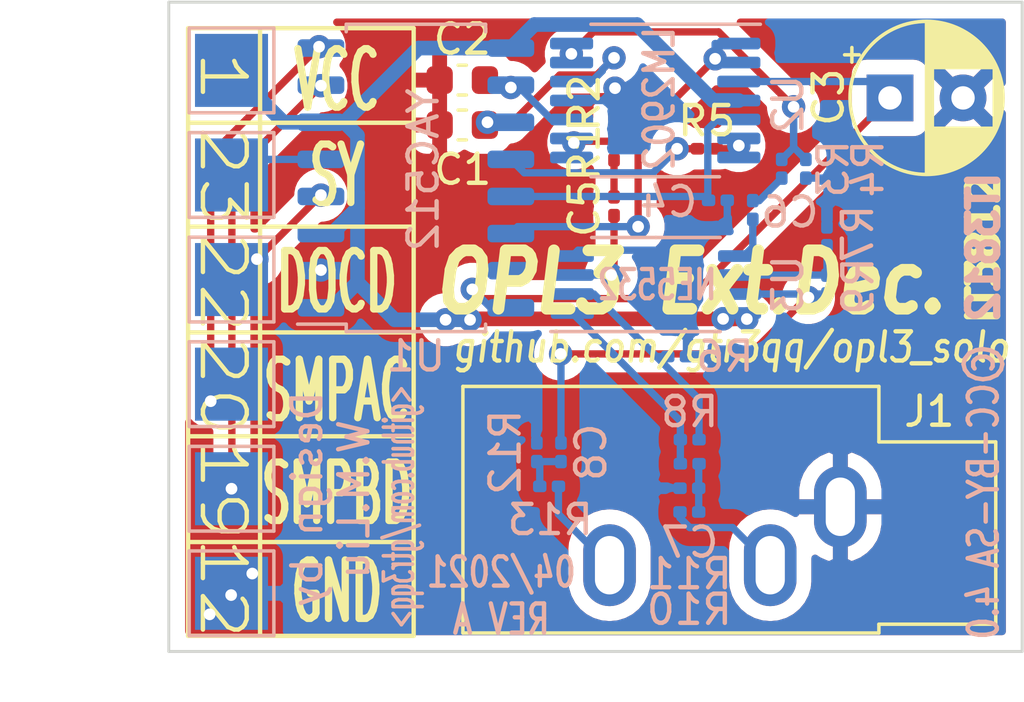
<source format=kicad_pcb>
(kicad_pcb (version 20171130) (host pcbnew "(5.1.9)-1")

  (general
    (thickness 1.6)
    (drawings 39)
    (tracks 206)
    (zones 0)
    (modules 26)
    (nets 28)
  )

  (page A4)
  (layers
    (0 F.Cu signal)
    (31 B.Cu signal)
    (32 B.Adhes user)
    (33 F.Adhes user)
    (34 B.Paste user)
    (35 F.Paste user)
    (36 B.SilkS user)
    (37 F.SilkS user)
    (38 B.Mask user)
    (39 F.Mask user)
    (40 Dwgs.User user)
    (41 Cmts.User user)
    (42 Eco1.User user)
    (43 Eco2.User user)
    (44 Edge.Cuts user)
    (45 Margin user)
    (46 B.CrtYd user)
    (47 F.CrtYd user)
    (48 B.Fab user)
    (49 F.Fab user hide)
  )

  (setup
    (last_trace_width 0.25)
    (user_trace_width 0.5)
    (trace_clearance 0.2)
    (zone_clearance 0.508)
    (zone_45_only no)
    (trace_min 0.2)
    (via_size 0.8)
    (via_drill 0.4)
    (via_min_size 0.4)
    (via_min_drill 0.3)
    (uvia_size 0.3)
    (uvia_drill 0.1)
    (uvias_allowed no)
    (uvia_min_size 0.2)
    (uvia_min_drill 0.1)
    (edge_width 0.1)
    (segment_width 0.2)
    (pcb_text_width 0.3)
    (pcb_text_size 1.5 1.5)
    (mod_edge_width 0.15)
    (mod_text_size 1 1)
    (mod_text_width 0.15)
    (pad_size 1.524 1.524)
    (pad_drill 0.762)
    (pad_to_mask_clearance 0)
    (aux_axis_origin 0 0)
    (visible_elements FFFFFF7F)
    (pcbplotparams
      (layerselection 0x010fc_ffffffff)
      (usegerberextensions false)
      (usegerberattributes true)
      (usegerberadvancedattributes true)
      (creategerberjobfile true)
      (excludeedgelayer true)
      (linewidth 0.100000)
      (plotframeref false)
      (viasonmask false)
      (mode 1)
      (useauxorigin false)
      (hpglpennumber 1)
      (hpglpenspeed 20)
      (hpglpendiameter 15.000000)
      (psnegative false)
      (psa4output false)
      (plotreference true)
      (plotvalue true)
      (plotinvisibletext false)
      (padsonsilk false)
      (subtractmaskfromsilk false)
      (outputformat 1)
      (mirror false)
      (drillshape 1)
      (scaleselection 1)
      (outputdirectory ""))
  )

  (net 0 "")
  (net 1 "Net-(C1-Pad1)")
  (net 2 GND)
  (net 3 "Net-(C2-Pad2)")
  (net 4 "Net-(C3-Pad1)")
  (net 5 "Net-(C4-Pad2)")
  (net 6 "Net-(C5-Pad2)")
  (net 7 "Net-(C5-Pad1)")
  (net 8 "Net-(C6-Pad2)")
  (net 9 "Net-(C6-Pad1)")
  (net 10 "Net-(C7-Pad1)")
  (net 11 "Net-(C7-Pad2)")
  (net 12 "Net-(C8-Pad1)")
  (net 13 "Net-(C8-Pad2)")
  (net 14 +5V)
  (net 15 /SY)
  (net 16 /DOCD)
  (net 17 /SMPAC)
  (net 18 /SMPBD)
  (net 19 "Net-(J2-PadT)")
  (net 20 "Net-(J2-PadR)")
  (net 21 "Net-(R1-Pad2)")
  (net 22 "Net-(R3-Pad2)")
  (net 23 "Net-(R5-Pad2)")
  (net 24 "Net-(R5-Pad1)")
  (net 25 "Net-(R6-Pad1)")
  (net 26 "Net-(R7-Pad1)")
  (net 27 "Net-(U1-Pad14)")

  (net_class Default 这是默认网络类。
    (clearance 0.2)
    (trace_width 0.25)
    (via_dia 0.8)
    (via_drill 0.4)
    (uvia_dia 0.3)
    (uvia_drill 0.1)
    (add_net +5V)
    (add_net /DOCD)
    (add_net /SMPAC)
    (add_net /SMPBD)
    (add_net /SY)
    (add_net GND)
    (add_net "Net-(C1-Pad1)")
    (add_net "Net-(C2-Pad2)")
    (add_net "Net-(C3-Pad1)")
    (add_net "Net-(C4-Pad2)")
    (add_net "Net-(C5-Pad1)")
    (add_net "Net-(C5-Pad2)")
    (add_net "Net-(C6-Pad1)")
    (add_net "Net-(C6-Pad2)")
    (add_net "Net-(C7-Pad1)")
    (add_net "Net-(C7-Pad2)")
    (add_net "Net-(C8-Pad1)")
    (add_net "Net-(C8-Pad2)")
    (add_net "Net-(J2-PadR)")
    (add_net "Net-(J2-PadT)")
    (add_net "Net-(R1-Pad2)")
    (add_net "Net-(R3-Pad2)")
    (add_net "Net-(R5-Pad1)")
    (add_net "Net-(R5-Pad2)")
    (add_net "Net-(R6-Pad1)")
    (add_net "Net-(R7-Pad1)")
    (add_net "Net-(U1-Pad14)")
  )

  (module Capacitor_SMD:C_0603_1608Metric (layer F.Cu) (tedit 5F68FEEE) (tstamp 60037F49)
    (at 137.2235 95.8977 180)
    (descr "Capacitor SMD 0603 (1608 Metric), square (rectangular) end terminal, IPC_7351 nominal, (Body size source: IPC-SM-782 page 76, https://www.pcb-3d.com/wordpress/wp-content/uploads/ipc-sm-782a_amendment_1_and_2.pdf), generated with kicad-footprint-generator")
    (tags capacitor)
    (path /6012E642)
    (attr smd)
    (fp_text reference C1 (at -0.0127 -1.524) (layer F.SilkS)
      (effects (font (size 1 1) (thickness 0.15)))
    )
    (fp_text value 2.7nF (at 0 1.43) (layer F.Fab)
      (effects (font (size 1 1) (thickness 0.15)))
    )
    (fp_line (start 1.48 0.73) (end -1.48 0.73) (layer F.CrtYd) (width 0.05))
    (fp_line (start 1.48 -0.73) (end 1.48 0.73) (layer F.CrtYd) (width 0.05))
    (fp_line (start -1.48 -0.73) (end 1.48 -0.73) (layer F.CrtYd) (width 0.05))
    (fp_line (start -1.48 0.73) (end -1.48 -0.73) (layer F.CrtYd) (width 0.05))
    (fp_line (start -0.14058 0.51) (end 0.14058 0.51) (layer F.SilkS) (width 0.12))
    (fp_line (start -0.14058 -0.51) (end 0.14058 -0.51) (layer F.SilkS) (width 0.12))
    (fp_line (start 0.8 0.4) (end -0.8 0.4) (layer F.Fab) (width 0.1))
    (fp_line (start 0.8 -0.4) (end 0.8 0.4) (layer F.Fab) (width 0.1))
    (fp_line (start -0.8 -0.4) (end 0.8 -0.4) (layer F.Fab) (width 0.1))
    (fp_line (start -0.8 0.4) (end -0.8 -0.4) (layer F.Fab) (width 0.1))
    (fp_text user %R (at 0 0) (layer F.Fab)
      (effects (font (size 0.4 0.4) (thickness 0.06)))
    )
    (pad 1 smd roundrect (at -0.775 0 180) (size 0.9 0.95) (layers F.Cu F.Paste F.Mask) (roundrect_rratio 0.25)
      (net 1 "Net-(C1-Pad1)"))
    (pad 2 smd roundrect (at 0.775 0 180) (size 0.9 0.95) (layers F.Cu F.Paste F.Mask) (roundrect_rratio 0.25)
      (net 2 GND))
    (model ${KISYS3DMOD}/Capacitor_SMD.3dshapes/C_0603_1608Metric.wrl
      (at (xyz 0 0 0))
      (scale (xyz 1 1 1))
      (rotate (xyz 0 0 0))
    )
  )

  (module Capacitor_SMD:C_0603_1608Metric (layer F.Cu) (tedit 5F68FEEE) (tstamp 60037F5A)
    (at 137.2235 94.361)
    (descr "Capacitor SMD 0603 (1608 Metric), square (rectangular) end terminal, IPC_7351 nominal, (Body size source: IPC-SM-782 page 76, https://www.pcb-3d.com/wordpress/wp-content/uploads/ipc-sm-782a_amendment_1_and_2.pdf), generated with kicad-footprint-generator")
    (tags capacitor)
    (path /6012EED8)
    (attr smd)
    (fp_text reference C2 (at 0 -1.397) (layer F.SilkS)
      (effects (font (size 1 1) (thickness 0.15)))
    )
    (fp_text value 2.7nF (at 0 1.43) (layer F.Fab)
      (effects (font (size 1 1) (thickness 0.15)))
    )
    (fp_text user %R (at 0 0) (layer F.Fab)
      (effects (font (size 0.4 0.4) (thickness 0.06)))
    )
    (fp_line (start -0.8 0.4) (end -0.8 -0.4) (layer F.Fab) (width 0.1))
    (fp_line (start -0.8 -0.4) (end 0.8 -0.4) (layer F.Fab) (width 0.1))
    (fp_line (start 0.8 -0.4) (end 0.8 0.4) (layer F.Fab) (width 0.1))
    (fp_line (start 0.8 0.4) (end -0.8 0.4) (layer F.Fab) (width 0.1))
    (fp_line (start -0.14058 -0.51) (end 0.14058 -0.51) (layer F.SilkS) (width 0.12))
    (fp_line (start -0.14058 0.51) (end 0.14058 0.51) (layer F.SilkS) (width 0.12))
    (fp_line (start -1.48 0.73) (end -1.48 -0.73) (layer F.CrtYd) (width 0.05))
    (fp_line (start -1.48 -0.73) (end 1.48 -0.73) (layer F.CrtYd) (width 0.05))
    (fp_line (start 1.48 -0.73) (end 1.48 0.73) (layer F.CrtYd) (width 0.05))
    (fp_line (start 1.48 0.73) (end -1.48 0.73) (layer F.CrtYd) (width 0.05))
    (pad 2 smd roundrect (at 0.775 0) (size 0.9 0.95) (layers F.Cu F.Paste F.Mask) (roundrect_rratio 0.25)
      (net 3 "Net-(C2-Pad2)"))
    (pad 1 smd roundrect (at -0.775 0) (size 0.9 0.95) (layers F.Cu F.Paste F.Mask) (roundrect_rratio 0.25)
      (net 2 GND))
    (model ${KISYS3DMOD}/Capacitor_SMD.3dshapes/C_0603_1608Metric.wrl
      (at (xyz 0 0 0))
      (scale (xyz 1 1 1))
      (rotate (xyz 0 0 0))
    )
  )

  (module Capacitor_THT:CP_Radial_D5.0mm_P2.50mm (layer F.Cu) (tedit 5AE50EF0) (tstamp 60037FDE)
    (at 151.8648 94.9706)
    (descr "CP, Radial series, Radial, pin pitch=2.50mm, , diameter=5mm, Electrolytic Capacitor")
    (tags "CP Radial series Radial pin pitch 2.50mm  diameter 5mm Electrolytic Capacitor")
    (path /600FBF11)
    (fp_text reference C3 (at -2.1064 -0.0254 90) (layer F.SilkS)
      (effects (font (size 1 1) (thickness 0.15)))
    )
    (fp_text value 10uF (at 1.4859 1.8981) (layer F.Fab)
      (effects (font (size 1 1) (thickness 0.15)))
    )
    (fp_line (start -1.304775 -1.725) (end -1.304775 -1.225) (layer F.SilkS) (width 0.12))
    (fp_line (start -1.554775 -1.475) (end -1.054775 -1.475) (layer F.SilkS) (width 0.12))
    (fp_line (start 3.851 -0.284) (end 3.851 0.284) (layer F.SilkS) (width 0.12))
    (fp_line (start 3.811 -0.518) (end 3.811 0.518) (layer F.SilkS) (width 0.12))
    (fp_line (start 3.771 -0.677) (end 3.771 0.677) (layer F.SilkS) (width 0.12))
    (fp_line (start 3.731 -0.805) (end 3.731 0.805) (layer F.SilkS) (width 0.12))
    (fp_line (start 3.691 -0.915) (end 3.691 0.915) (layer F.SilkS) (width 0.12))
    (fp_line (start 3.651 -1.011) (end 3.651 1.011) (layer F.SilkS) (width 0.12))
    (fp_line (start 3.611 -1.098) (end 3.611 1.098) (layer F.SilkS) (width 0.12))
    (fp_line (start 3.571 -1.178) (end 3.571 1.178) (layer F.SilkS) (width 0.12))
    (fp_line (start 3.531 1.04) (end 3.531 1.251) (layer F.SilkS) (width 0.12))
    (fp_line (start 3.531 -1.251) (end 3.531 -1.04) (layer F.SilkS) (width 0.12))
    (fp_line (start 3.491 1.04) (end 3.491 1.319) (layer F.SilkS) (width 0.12))
    (fp_line (start 3.491 -1.319) (end 3.491 -1.04) (layer F.SilkS) (width 0.12))
    (fp_line (start 3.451 1.04) (end 3.451 1.383) (layer F.SilkS) (width 0.12))
    (fp_line (start 3.451 -1.383) (end 3.451 -1.04) (layer F.SilkS) (width 0.12))
    (fp_line (start 3.411 1.04) (end 3.411 1.443) (layer F.SilkS) (width 0.12))
    (fp_line (start 3.411 -1.443) (end 3.411 -1.04) (layer F.SilkS) (width 0.12))
    (fp_line (start 3.371 1.04) (end 3.371 1.5) (layer F.SilkS) (width 0.12))
    (fp_line (start 3.371 -1.5) (end 3.371 -1.04) (layer F.SilkS) (width 0.12))
    (fp_line (start 3.331 1.04) (end 3.331 1.554) (layer F.SilkS) (width 0.12))
    (fp_line (start 3.331 -1.554) (end 3.331 -1.04) (layer F.SilkS) (width 0.12))
    (fp_line (start 3.291 1.04) (end 3.291 1.605) (layer F.SilkS) (width 0.12))
    (fp_line (start 3.291 -1.605) (end 3.291 -1.04) (layer F.SilkS) (width 0.12))
    (fp_line (start 3.251 1.04) (end 3.251 1.653) (layer F.SilkS) (width 0.12))
    (fp_line (start 3.251 -1.653) (end 3.251 -1.04) (layer F.SilkS) (width 0.12))
    (fp_line (start 3.211 1.04) (end 3.211 1.699) (layer F.SilkS) (width 0.12))
    (fp_line (start 3.211 -1.699) (end 3.211 -1.04) (layer F.SilkS) (width 0.12))
    (fp_line (start 3.171 1.04) (end 3.171 1.743) (layer F.SilkS) (width 0.12))
    (fp_line (start 3.171 -1.743) (end 3.171 -1.04) (layer F.SilkS) (width 0.12))
    (fp_line (start 3.131 1.04) (end 3.131 1.785) (layer F.SilkS) (width 0.12))
    (fp_line (start 3.131 -1.785) (end 3.131 -1.04) (layer F.SilkS) (width 0.12))
    (fp_line (start 3.091 1.04) (end 3.091 1.826) (layer F.SilkS) (width 0.12))
    (fp_line (start 3.091 -1.826) (end 3.091 -1.04) (layer F.SilkS) (width 0.12))
    (fp_line (start 3.051 1.04) (end 3.051 1.864) (layer F.SilkS) (width 0.12))
    (fp_line (start 3.051 -1.864) (end 3.051 -1.04) (layer F.SilkS) (width 0.12))
    (fp_line (start 3.011 1.04) (end 3.011 1.901) (layer F.SilkS) (width 0.12))
    (fp_line (start 3.011 -1.901) (end 3.011 -1.04) (layer F.SilkS) (width 0.12))
    (fp_line (start 2.971 1.04) (end 2.971 1.937) (layer F.SilkS) (width 0.12))
    (fp_line (start 2.971 -1.937) (end 2.971 -1.04) (layer F.SilkS) (width 0.12))
    (fp_line (start 2.931 1.04) (end 2.931 1.971) (layer F.SilkS) (width 0.12))
    (fp_line (start 2.931 -1.971) (end 2.931 -1.04) (layer F.SilkS) (width 0.12))
    (fp_line (start 2.891 1.04) (end 2.891 2.004) (layer F.SilkS) (width 0.12))
    (fp_line (start 2.891 -2.004) (end 2.891 -1.04) (layer F.SilkS) (width 0.12))
    (fp_line (start 2.851 1.04) (end 2.851 2.035) (layer F.SilkS) (width 0.12))
    (fp_line (start 2.851 -2.035) (end 2.851 -1.04) (layer F.SilkS) (width 0.12))
    (fp_line (start 2.811 1.04) (end 2.811 2.065) (layer F.SilkS) (width 0.12))
    (fp_line (start 2.811 -2.065) (end 2.811 -1.04) (layer F.SilkS) (width 0.12))
    (fp_line (start 2.771 1.04) (end 2.771 2.095) (layer F.SilkS) (width 0.12))
    (fp_line (start 2.771 -2.095) (end 2.771 -1.04) (layer F.SilkS) (width 0.12))
    (fp_line (start 2.731 1.04) (end 2.731 2.122) (layer F.SilkS) (width 0.12))
    (fp_line (start 2.731 -2.122) (end 2.731 -1.04) (layer F.SilkS) (width 0.12))
    (fp_line (start 2.691 1.04) (end 2.691 2.149) (layer F.SilkS) (width 0.12))
    (fp_line (start 2.691 -2.149) (end 2.691 -1.04) (layer F.SilkS) (width 0.12))
    (fp_line (start 2.651 1.04) (end 2.651 2.175) (layer F.SilkS) (width 0.12))
    (fp_line (start 2.651 -2.175) (end 2.651 -1.04) (layer F.SilkS) (width 0.12))
    (fp_line (start 2.611 1.04) (end 2.611 2.2) (layer F.SilkS) (width 0.12))
    (fp_line (start 2.611 -2.2) (end 2.611 -1.04) (layer F.SilkS) (width 0.12))
    (fp_line (start 2.571 1.04) (end 2.571 2.224) (layer F.SilkS) (width 0.12))
    (fp_line (start 2.571 -2.224) (end 2.571 -1.04) (layer F.SilkS) (width 0.12))
    (fp_line (start 2.531 1.04) (end 2.531 2.247) (layer F.SilkS) (width 0.12))
    (fp_line (start 2.531 -2.247) (end 2.531 -1.04) (layer F.SilkS) (width 0.12))
    (fp_line (start 2.491 1.04) (end 2.491 2.268) (layer F.SilkS) (width 0.12))
    (fp_line (start 2.491 -2.268) (end 2.491 -1.04) (layer F.SilkS) (width 0.12))
    (fp_line (start 2.451 1.04) (end 2.451 2.29) (layer F.SilkS) (width 0.12))
    (fp_line (start 2.451 -2.29) (end 2.451 -1.04) (layer F.SilkS) (width 0.12))
    (fp_line (start 2.411 1.04) (end 2.411 2.31) (layer F.SilkS) (width 0.12))
    (fp_line (start 2.411 -2.31) (end 2.411 -1.04) (layer F.SilkS) (width 0.12))
    (fp_line (start 2.371 1.04) (end 2.371 2.329) (layer F.SilkS) (width 0.12))
    (fp_line (start 2.371 -2.329) (end 2.371 -1.04) (layer F.SilkS) (width 0.12))
    (fp_line (start 2.331 1.04) (end 2.331 2.348) (layer F.SilkS) (width 0.12))
    (fp_line (start 2.331 -2.348) (end 2.331 -1.04) (layer F.SilkS) (width 0.12))
    (fp_line (start 2.291 1.04) (end 2.291 2.365) (layer F.SilkS) (width 0.12))
    (fp_line (start 2.291 -2.365) (end 2.291 -1.04) (layer F.SilkS) (width 0.12))
    (fp_line (start 2.251 1.04) (end 2.251 2.382) (layer F.SilkS) (width 0.12))
    (fp_line (start 2.251 -2.382) (end 2.251 -1.04) (layer F.SilkS) (width 0.12))
    (fp_line (start 2.211 1.04) (end 2.211 2.398) (layer F.SilkS) (width 0.12))
    (fp_line (start 2.211 -2.398) (end 2.211 -1.04) (layer F.SilkS) (width 0.12))
    (fp_line (start 2.171 1.04) (end 2.171 2.414) (layer F.SilkS) (width 0.12))
    (fp_line (start 2.171 -2.414) (end 2.171 -1.04) (layer F.SilkS) (width 0.12))
    (fp_line (start 2.131 1.04) (end 2.131 2.428) (layer F.SilkS) (width 0.12))
    (fp_line (start 2.131 -2.428) (end 2.131 -1.04) (layer F.SilkS) (width 0.12))
    (fp_line (start 2.091 1.04) (end 2.091 2.442) (layer F.SilkS) (width 0.12))
    (fp_line (start 2.091 -2.442) (end 2.091 -1.04) (layer F.SilkS) (width 0.12))
    (fp_line (start 2.051 1.04) (end 2.051 2.455) (layer F.SilkS) (width 0.12))
    (fp_line (start 2.051 -2.455) (end 2.051 -1.04) (layer F.SilkS) (width 0.12))
    (fp_line (start 2.011 1.04) (end 2.011 2.468) (layer F.SilkS) (width 0.12))
    (fp_line (start 2.011 -2.468) (end 2.011 -1.04) (layer F.SilkS) (width 0.12))
    (fp_line (start 1.971 1.04) (end 1.971 2.48) (layer F.SilkS) (width 0.12))
    (fp_line (start 1.971 -2.48) (end 1.971 -1.04) (layer F.SilkS) (width 0.12))
    (fp_line (start 1.93 1.04) (end 1.93 2.491) (layer F.SilkS) (width 0.12))
    (fp_line (start 1.93 -2.491) (end 1.93 -1.04) (layer F.SilkS) (width 0.12))
    (fp_line (start 1.89 1.04) (end 1.89 2.501) (layer F.SilkS) (width 0.12))
    (fp_line (start 1.89 -2.501) (end 1.89 -1.04) (layer F.SilkS) (width 0.12))
    (fp_line (start 1.85 1.04) (end 1.85 2.511) (layer F.SilkS) (width 0.12))
    (fp_line (start 1.85 -2.511) (end 1.85 -1.04) (layer F.SilkS) (width 0.12))
    (fp_line (start 1.81 1.04) (end 1.81 2.52) (layer F.SilkS) (width 0.12))
    (fp_line (start 1.81 -2.52) (end 1.81 -1.04) (layer F.SilkS) (width 0.12))
    (fp_line (start 1.77 1.04) (end 1.77 2.528) (layer F.SilkS) (width 0.12))
    (fp_line (start 1.77 -2.528) (end 1.77 -1.04) (layer F.SilkS) (width 0.12))
    (fp_line (start 1.73 1.04) (end 1.73 2.536) (layer F.SilkS) (width 0.12))
    (fp_line (start 1.73 -2.536) (end 1.73 -1.04) (layer F.SilkS) (width 0.12))
    (fp_line (start 1.69 1.04) (end 1.69 2.543) (layer F.SilkS) (width 0.12))
    (fp_line (start 1.69 -2.543) (end 1.69 -1.04) (layer F.SilkS) (width 0.12))
    (fp_line (start 1.65 1.04) (end 1.65 2.55) (layer F.SilkS) (width 0.12))
    (fp_line (start 1.65 -2.55) (end 1.65 -1.04) (layer F.SilkS) (width 0.12))
    (fp_line (start 1.61 1.04) (end 1.61 2.556) (layer F.SilkS) (width 0.12))
    (fp_line (start 1.61 -2.556) (end 1.61 -1.04) (layer F.SilkS) (width 0.12))
    (fp_line (start 1.57 1.04) (end 1.57 2.561) (layer F.SilkS) (width 0.12))
    (fp_line (start 1.57 -2.561) (end 1.57 -1.04) (layer F.SilkS) (width 0.12))
    (fp_line (start 1.53 1.04) (end 1.53 2.565) (layer F.SilkS) (width 0.12))
    (fp_line (start 1.53 -2.565) (end 1.53 -1.04) (layer F.SilkS) (width 0.12))
    (fp_line (start 1.49 1.04) (end 1.49 2.569) (layer F.SilkS) (width 0.12))
    (fp_line (start 1.49 -2.569) (end 1.49 -1.04) (layer F.SilkS) (width 0.12))
    (fp_line (start 1.45 -2.573) (end 1.45 2.573) (layer F.SilkS) (width 0.12))
    (fp_line (start 1.41 -2.576) (end 1.41 2.576) (layer F.SilkS) (width 0.12))
    (fp_line (start 1.37 -2.578) (end 1.37 2.578) (layer F.SilkS) (width 0.12))
    (fp_line (start 1.33 -2.579) (end 1.33 2.579) (layer F.SilkS) (width 0.12))
    (fp_line (start 1.29 -2.58) (end 1.29 2.58) (layer F.SilkS) (width 0.12))
    (fp_line (start 1.25 -2.58) (end 1.25 2.58) (layer F.SilkS) (width 0.12))
    (fp_line (start -0.633605 -1.3375) (end -0.633605 -0.8375) (layer F.Fab) (width 0.1))
    (fp_line (start -0.883605 -1.0875) (end -0.383605 -1.0875) (layer F.Fab) (width 0.1))
    (fp_circle (center 1.25 0) (end 4 0) (layer F.CrtYd) (width 0.05))
    (fp_circle (center 1.25 0) (end 3.87 0) (layer F.SilkS) (width 0.12))
    (fp_circle (center 1.25 0) (end 3.75 0) (layer F.Fab) (width 0.1))
    (fp_text user %R (at 1.25 0) (layer F.Fab)
      (effects (font (size 1 1) (thickness 0.15)))
    )
    (pad 1 thru_hole rect (at 0 0) (size 1.6 1.6) (drill 0.8) (layers *.Cu *.Mask)
      (net 4 "Net-(C3-Pad1)"))
    (pad 2 thru_hole circle (at 2.5 0) (size 1.6 1.6) (drill 0.8) (layers *.Cu *.Mask)
      (net 2 GND))
    (model ${KISYS3DMOD}/Capacitor_THT.3dshapes/CP_Radial_D5.0mm_P2.50mm.wrl
      (at (xyz 0 0 0))
      (scale (xyz 1 1 1))
      (rotate (xyz 0 0 0))
    )
  )

  (module Capacitor_SMD:C_0201_0603Metric (layer B.Cu) (tedit 5F68FEEE) (tstamp 60037FEF)
    (at 145.9738 98.4758 180)
    (descr "Capacitor SMD 0201 (0603 Metric), square (rectangular) end terminal, IPC_7351 nominal, (Body size source: https://www.vishay.com/docs/20052/crcw0201e3.pdf), generated with kicad-footprint-generator")
    (tags capacitor)
    (path /6010B133)
    (attr smd)
    (fp_text reference C4 (at 1.6891 -0.0508) (layer B.SilkS)
      (effects (font (size 1 1) (thickness 0.15)) (justify mirror))
    )
    (fp_text value 68pF (at 0 -1.05) (layer B.Fab)
      (effects (font (size 1 1) (thickness 0.15)) (justify mirror))
    )
    (fp_line (start 0.7 -0.35) (end -0.7 -0.35) (layer B.CrtYd) (width 0.05))
    (fp_line (start 0.7 0.35) (end 0.7 -0.35) (layer B.CrtYd) (width 0.05))
    (fp_line (start -0.7 0.35) (end 0.7 0.35) (layer B.CrtYd) (width 0.05))
    (fp_line (start -0.7 -0.35) (end -0.7 0.35) (layer B.CrtYd) (width 0.05))
    (fp_line (start 0.3 -0.15) (end -0.3 -0.15) (layer B.Fab) (width 0.1))
    (fp_line (start 0.3 0.15) (end 0.3 -0.15) (layer B.Fab) (width 0.1))
    (fp_line (start -0.3 0.15) (end 0.3 0.15) (layer B.Fab) (width 0.1))
    (fp_line (start -0.3 -0.15) (end -0.3 0.15) (layer B.Fab) (width 0.1))
    (fp_text user %R (at 0 0.68) (layer B.Fab)
      (effects (font (size 0.25 0.25) (thickness 0.04)) (justify mirror))
    )
    (pad "" smd roundrect (at -0.345 0 180) (size 0.318 0.36) (layers B.Paste) (roundrect_rratio 0.25))
    (pad "" smd roundrect (at 0.345 0 180) (size 0.318 0.36) (layers B.Paste) (roundrect_rratio 0.25))
    (pad 1 smd roundrect (at -0.32 0 180) (size 0.46 0.4) (layers B.Cu B.Mask) (roundrect_rratio 0.25)
      (net 2 GND))
    (pad 2 smd roundrect (at 0.32 0 180) (size 0.46 0.4) (layers B.Cu B.Mask) (roundrect_rratio 0.25)
      (net 5 "Net-(C4-Pad2)"))
    (model ${KISYS3DMOD}/Capacitor_SMD.3dshapes/C_0201_0603Metric.wrl
      (at (xyz 0 0 0))
      (scale (xyz 1 1 1))
      (rotate (xyz 0 0 0))
    )
  )

  (module Capacitor_SMD:C_0201_0603Metric (layer F.Cu) (tedit 5F68FEEE) (tstamp 60038000)
    (at 142.4178 98.679 90)
    (descr "Capacitor SMD 0201 (0603 Metric), square (rectangular) end terminal, IPC_7351 nominal, (Body size source: https://www.vishay.com/docs/20052/crcw0201e3.pdf), generated with kicad-footprint-generator")
    (tags capacitor)
    (path /6015ADFF)
    (attr smd)
    (fp_text reference C5 (at -0.0762 -1.016 90) (layer F.SilkS)
      (effects (font (size 1 1) (thickness 0.15)))
    )
    (fp_text value 1uF (at 0 1.05 90) (layer F.Fab)
      (effects (font (size 1 1) (thickness 0.15)))
    )
    (fp_line (start 0.7 0.35) (end -0.7 0.35) (layer F.CrtYd) (width 0.05))
    (fp_line (start 0.7 -0.35) (end 0.7 0.35) (layer F.CrtYd) (width 0.05))
    (fp_line (start -0.7 -0.35) (end 0.7 -0.35) (layer F.CrtYd) (width 0.05))
    (fp_line (start -0.7 0.35) (end -0.7 -0.35) (layer F.CrtYd) (width 0.05))
    (fp_line (start 0.3 0.15) (end -0.3 0.15) (layer F.Fab) (width 0.1))
    (fp_line (start 0.3 -0.15) (end 0.3 0.15) (layer F.Fab) (width 0.1))
    (fp_line (start -0.3 -0.15) (end 0.3 -0.15) (layer F.Fab) (width 0.1))
    (fp_line (start -0.3 0.15) (end -0.3 -0.15) (layer F.Fab) (width 0.1))
    (fp_text user %R (at 0 -0.68 90) (layer F.Fab)
      (effects (font (size 0.25 0.25) (thickness 0.04)))
    )
    (pad "" smd roundrect (at -0.345 0 90) (size 0.318 0.36) (layers F.Paste) (roundrect_rratio 0.25))
    (pad "" smd roundrect (at 0.345 0 90) (size 0.318 0.36) (layers F.Paste) (roundrect_rratio 0.25))
    (pad 1 smd roundrect (at -0.32 0 90) (size 0.46 0.4) (layers F.Cu F.Mask) (roundrect_rratio 0.25)
      (net 7 "Net-(C5-Pad1)"))
    (pad 2 smd roundrect (at 0.32 0 90) (size 0.46 0.4) (layers F.Cu F.Mask) (roundrect_rratio 0.25)
      (net 6 "Net-(C5-Pad2)"))
    (model ${KISYS3DMOD}/Capacitor_SMD.3dshapes/C_0201_0603Metric.wrl
      (at (xyz 0 0 0))
      (scale (xyz 1 1 1))
      (rotate (xyz 0 0 0))
    )
  )

  (module Capacitor_SMD:C_0201_0603Metric (layer B.Cu) (tedit 5F68FEEE) (tstamp 60038011)
    (at 147.1676 98.806 90)
    (descr "Capacitor SMD 0201 (0603 Metric), square (rectangular) end terminal, IPC_7351 nominal, (Body size source: https://www.vishay.com/docs/20052/crcw0201e3.pdf), generated with kicad-footprint-generator")
    (tags capacitor)
    (path /6017A2FE)
    (attr smd)
    (fp_text reference C6 (at -0.0762 1.27) (layer B.SilkS)
      (effects (font (size 1 1) (thickness 0.15)) (justify mirror))
    )
    (fp_text value 1uF (at 0 -1.05 90) (layer B.Fab)
      (effects (font (size 1 1) (thickness 0.15)) (justify mirror))
    )
    (fp_text user %R (at 0 0.68 90) (layer B.Fab)
      (effects (font (size 0.25 0.25) (thickness 0.04)) (justify mirror))
    )
    (fp_line (start -0.3 -0.15) (end -0.3 0.15) (layer B.Fab) (width 0.1))
    (fp_line (start -0.3 0.15) (end 0.3 0.15) (layer B.Fab) (width 0.1))
    (fp_line (start 0.3 0.15) (end 0.3 -0.15) (layer B.Fab) (width 0.1))
    (fp_line (start 0.3 -0.15) (end -0.3 -0.15) (layer B.Fab) (width 0.1))
    (fp_line (start -0.7 -0.35) (end -0.7 0.35) (layer B.CrtYd) (width 0.05))
    (fp_line (start -0.7 0.35) (end 0.7 0.35) (layer B.CrtYd) (width 0.05))
    (fp_line (start 0.7 0.35) (end 0.7 -0.35) (layer B.CrtYd) (width 0.05))
    (fp_line (start 0.7 -0.35) (end -0.7 -0.35) (layer B.CrtYd) (width 0.05))
    (pad 2 smd roundrect (at 0.32 0 90) (size 0.46 0.4) (layers B.Cu B.Mask) (roundrect_rratio 0.25)
      (net 8 "Net-(C6-Pad2)"))
    (pad 1 smd roundrect (at -0.32 0 90) (size 0.46 0.4) (layers B.Cu B.Mask) (roundrect_rratio 0.25)
      (net 9 "Net-(C6-Pad1)"))
    (pad "" smd roundrect (at 0.345 0 90) (size 0.318 0.36) (layers B.Paste) (roundrect_rratio 0.25))
    (pad "" smd roundrect (at -0.345 0 90) (size 0.318 0.36) (layers B.Paste) (roundrect_rratio 0.25))
    (model ${KISYS3DMOD}/Capacitor_SMD.3dshapes/C_0201_0603Metric.wrl
      (at (xyz 0 0 0))
      (scale (xyz 1 1 1))
      (rotate (xyz 0 0 0))
    )
  )

  (module Capacitor_SMD:C_0201_0603Metric (layer B.Cu) (tedit 5F68FEEE) (tstamp 60038022)
    (at 145.0086 107.4928 180)
    (descr "Capacitor SMD 0201 (0603 Metric), square (rectangular) end terminal, IPC_7351 nominal, (Body size source: https://www.vishay.com/docs/20052/crcw0201e3.pdf), generated with kicad-footprint-generator")
    (tags capacitor)
    (path /60187C9E)
    (attr smd)
    (fp_text reference C7 (at 0 -2.6924) (layer B.SilkS)
      (effects (font (size 1 1) (thickness 0.15)) (justify mirror))
    )
    (fp_text value 1uF (at 0 -1.05) (layer B.Fab)
      (effects (font (size 1 1) (thickness 0.15)) (justify mirror))
    )
    (fp_line (start 0.7 -0.35) (end -0.7 -0.35) (layer B.CrtYd) (width 0.05))
    (fp_line (start 0.7 0.35) (end 0.7 -0.35) (layer B.CrtYd) (width 0.05))
    (fp_line (start -0.7 0.35) (end 0.7 0.35) (layer B.CrtYd) (width 0.05))
    (fp_line (start -0.7 -0.35) (end -0.7 0.35) (layer B.CrtYd) (width 0.05))
    (fp_line (start 0.3 -0.15) (end -0.3 -0.15) (layer B.Fab) (width 0.1))
    (fp_line (start 0.3 0.15) (end 0.3 -0.15) (layer B.Fab) (width 0.1))
    (fp_line (start -0.3 0.15) (end 0.3 0.15) (layer B.Fab) (width 0.1))
    (fp_line (start -0.3 -0.15) (end -0.3 0.15) (layer B.Fab) (width 0.1))
    (fp_text user %R (at 0 0.68) (layer B.Fab)
      (effects (font (size 0.25 0.25) (thickness 0.04)) (justify mirror))
    )
    (pad "" smd roundrect (at -0.345 0 180) (size 0.318 0.36) (layers B.Paste) (roundrect_rratio 0.25))
    (pad "" smd roundrect (at 0.345 0 180) (size 0.318 0.36) (layers B.Paste) (roundrect_rratio 0.25))
    (pad 1 smd roundrect (at -0.32 0 180) (size 0.46 0.4) (layers B.Cu B.Mask) (roundrect_rratio 0.25)
      (net 10 "Net-(C7-Pad1)"))
    (pad 2 smd roundrect (at 0.32 0 180) (size 0.46 0.4) (layers B.Cu B.Mask) (roundrect_rratio 0.25)
      (net 11 "Net-(C7-Pad2)"))
    (model ${KISYS3DMOD}/Capacitor_SMD.3dshapes/C_0201_0603Metric.wrl
      (at (xyz 0 0 0))
      (scale (xyz 1 1 1))
      (rotate (xyz 0 0 0))
    )
  )

  (module Capacitor_SMD:C_0201_0603Metric (layer B.Cu) (tedit 5F68FEEE) (tstamp 60038033)
    (at 140.6017 107.0991 90)
    (descr "Capacitor SMD 0201 (0603 Metric), square (rectangular) end terminal, IPC_7351 nominal, (Body size source: https://www.vishay.com/docs/20052/crcw0201e3.pdf), generated with kicad-footprint-generator")
    (tags capacitor)
    (path /60188744)
    (attr smd)
    (fp_text reference C8 (at 0 1.0287 90) (layer B.SilkS)
      (effects (font (size 1 1) (thickness 0.15)) (justify mirror))
    )
    (fp_text value 1uF (at 0 -1.05 90) (layer B.Fab)
      (effects (font (size 1 1) (thickness 0.15)) (justify mirror))
    )
    (fp_line (start 0.7 -0.35) (end -0.7 -0.35) (layer B.CrtYd) (width 0.05))
    (fp_line (start 0.7 0.35) (end 0.7 -0.35) (layer B.CrtYd) (width 0.05))
    (fp_line (start -0.7 0.35) (end 0.7 0.35) (layer B.CrtYd) (width 0.05))
    (fp_line (start -0.7 -0.35) (end -0.7 0.35) (layer B.CrtYd) (width 0.05))
    (fp_line (start 0.3 -0.15) (end -0.3 -0.15) (layer B.Fab) (width 0.1))
    (fp_line (start 0.3 0.15) (end 0.3 -0.15) (layer B.Fab) (width 0.1))
    (fp_line (start -0.3 0.15) (end 0.3 0.15) (layer B.Fab) (width 0.1))
    (fp_line (start -0.3 -0.15) (end -0.3 0.15) (layer B.Fab) (width 0.1))
    (fp_text user %R (at 0 0.68 90) (layer B.Fab)
      (effects (font (size 0.25 0.25) (thickness 0.04)) (justify mirror))
    )
    (pad "" smd roundrect (at -0.345 0 90) (size 0.318 0.36) (layers B.Paste) (roundrect_rratio 0.25))
    (pad "" smd roundrect (at 0.345 0 90) (size 0.318 0.36) (layers B.Paste) (roundrect_rratio 0.25))
    (pad 1 smd roundrect (at -0.32 0 90) (size 0.46 0.4) (layers B.Cu B.Mask) (roundrect_rratio 0.25)
      (net 12 "Net-(C8-Pad1)"))
    (pad 2 smd roundrect (at 0.32 0 90) (size 0.46 0.4) (layers B.Cu B.Mask) (roundrect_rratio 0.25)
      (net 13 "Net-(C8-Pad2)"))
    (model ${KISYS3DMOD}/Capacitor_SMD.3dshapes/C_0201_0603Metric.wrl
      (at (xyz 0 0 0))
      (scale (xyz 1 1 1))
      (rotate (xyz 0 0 0))
    )
  )

  (module opl2:TestPoint_Pad_2.5x2.5mm_x5 (layer B.Cu) (tedit 60036A1C) (tstamp 60038064)
    (at 129.3368 103.0203 180)
    (descr "SMD rectangular pad as test Point, square 2.5mm side length")
    (tags "test point SMD pad rectangle square")
    (path /600839BF)
    (attr virtual)
    (fp_text reference J2 (at 2.5527 -0.0021 270) (layer B.SilkS) hide
      (effects (font (size 1 1) (thickness 0.15)) (justify mirror))
    )
    (fp_text value Conn_01x06 (at 2.921 -0.9419 90) (layer B.Fab) hide
      (effects (font (size 1 1) (thickness 0.15)) (justify mirror))
    )
    (fp_line (start -1.4373 -7.4584) (end 1.4627 -7.4584) (layer B.SilkS) (width 0.12))
    (fp_line (start -1.4373 -3.8784) (end 1.4627 -3.8784) (layer B.SilkS) (width 0.12))
    (fp_line (start -1.4373 -0.2984) (end 1.4627 -0.2984) (layer B.SilkS) (width 0.12))
    (fp_line (start -1.4373 3.2816) (end 1.4627 3.2816) (layer B.SilkS) (width 0.12))
    (fp_line (start -1.4373 6.8616) (end 1.4627 6.8616) (layer B.SilkS) (width 0.12))
    (fp_line (start 1.4627 -7.4584) (end 1.4627 -10.3584) (layer B.SilkS) (width 0.12))
    (fp_line (start 1.4627 -3.8784) (end 1.4627 -6.7784) (layer B.SilkS) (width 0.12))
    (fp_line (start 1.4627 -0.2984) (end 1.4627 -3.1984) (layer B.SilkS) (width 0.12))
    (fp_line (start 1.4627 3.2816) (end 1.4627 0.3816) (layer B.SilkS) (width 0.12))
    (fp_line (start 1.4627 6.8616) (end 1.4627 3.9616) (layer B.SilkS) (width 0.12))
    (fp_line (start 1.4627 -10.3584) (end -1.4373 -10.3584) (layer B.SilkS) (width 0.12))
    (fp_line (start 1.4627 -6.7784) (end -1.4373 -6.7784) (layer B.SilkS) (width 0.12))
    (fp_line (start 1.4627 -3.1984) (end -1.4373 -3.1984) (layer B.SilkS) (width 0.12))
    (fp_line (start 1.4627 0.3816) (end -1.4373 0.3816) (layer B.SilkS) (width 0.12))
    (fp_line (start 1.4627 3.9616) (end -1.4373 3.9616) (layer B.SilkS) (width 0.12))
    (fp_line (start 1.7627 -10.6584) (end 1.7627 -7.0784) (layer B.CrtYd) (width 0.05))
    (fp_line (start 1.7627 -7.0784) (end 1.7627 -3.5784) (layer B.CrtYd) (width 0.05))
    (fp_line (start 1.7627 -3.5784) (end 1.7627 0.0816) (layer B.CrtYd) (width 0.05))
    (fp_line (start 1.7627 0.0816) (end 1.7627 3.5816) (layer B.CrtYd) (width 0.05))
    (fp_line (start 1.7627 3.5816) (end 1.7627 7.1616) (layer B.CrtYd) (width 0.05))
    (fp_line (start -1.7373 -7.0784) (end -1.7373 -10.6584) (layer B.CrtYd) (width 0.05))
    (fp_line (start -1.7373 -3.4984) (end -1.7373 -7.0784) (layer B.CrtYd) (width 0.05))
    (fp_line (start -1.7373 0.0816) (end -1.7373 -3.4984) (layer B.CrtYd) (width 0.05))
    (fp_line (start -1.7373 3.6616) (end -1.7373 0.0816) (layer B.CrtYd) (width 0.05))
    (fp_line (start -1.7373 7.2416) (end -1.7373 3.6616) (layer B.CrtYd) (width 0.05))
    (fp_line (start -1.4373 -10.3584) (end -1.4373 -7.4584) (layer B.SilkS) (width 0.12))
    (fp_line (start -1.4373 -6.7784) (end -1.4373 -3.8784) (layer B.SilkS) (width 0.12))
    (fp_line (start -1.4373 -3.1984) (end -1.4373 -0.2984) (layer B.SilkS) (width 0.12))
    (fp_line (start -1.4373 0.3816) (end -1.4373 3.2816) (layer B.SilkS) (width 0.12))
    (fp_line (start -1.4373 3.9616) (end -1.4373 6.8616) (layer B.SilkS) (width 0.12))
    (fp_line (start 1.7627 -10.6584) (end -1.7373 -10.6584) (layer B.CrtYd) (width 0.05))
    (fp_line (start -1.4373 10.4416) (end 1.4627 10.4416) (layer B.SilkS) (width 0.12))
    (fp_line (start 1.4627 10.4416) (end 1.4627 7.5416) (layer B.SilkS) (width 0.12))
    (fp_line (start 1.4627 7.5416) (end -1.4373 7.5416) (layer B.SilkS) (width 0.12))
    (fp_line (start -1.4373 7.5416) (end -1.4373 10.4416) (layer B.SilkS) (width 0.12))
    (fp_line (start -1.7373 10.7416) (end 1.7627 10.7416) (layer B.CrtYd) (width 0.05))
    (fp_line (start -1.7373 10.7416) (end -1.7373 7.2416) (layer B.CrtYd) (width 0.05))
    (fp_line (start 1.7627 7.1616) (end 1.7627 10.7416) (layer B.CrtYd) (width 0.05))
    (fp_text user %R (at 2.5527 -0.0021 270) (layer B.Fab) hide
      (effects (font (size 1 1) (thickness 0.15)) (justify mirror))
    )
    (pad 1 smd rect (at 0.0127 8.9916 180) (size 2.5 2.5) (layers B.Cu B.Mask)
      (net 14 +5V))
    (pad 2 smd rect (at 0.0127 5.4116 180) (size 2.5 2.5) (layers B.Cu B.Mask)
      (net 15 /SY))
    (pad 3 smd rect (at 0.0127 1.8316 180) (size 2.5 2.5) (layers B.Cu B.Mask)
      (net 16 /DOCD))
    (pad 4 smd rect (at 0.0127 -1.7484 180) (size 2.5 2.5) (layers B.Cu B.Mask)
      (net 17 /SMPAC))
    (pad 5 smd rect (at 0.0127 -5.3284 180) (size 2.5 2.5) (layers B.Cu B.Mask)
      (net 18 /SMPBD))
    (pad 6 smd rect (at 0.0127 -8.9084 180) (size 2.5 2.5) (layers B.Cu B.Mask)
      (net 2 GND))
  )

  (module Connector_Audio:Jack_3.5mm_CUI_SJ1-3533NG_Horizontal (layer F.Cu) (tedit 5BAD3514) (tstamp 60038080)
    (at 150.1648 108.966 270)
    (descr "TRS 3.5mm, horizontal, through-hole, https://www.cui.com/product/resource/sj1-353xng.pdf")
    (tags "TRS audio jack stereo horizontal")
    (path /5FFF1186)
    (fp_text reference J1 (at -3.2639 -3.048 180) (layer F.SilkS)
      (effects (font (size 1 1) (thickness 0.15)))
    )
    (fp_text value AudioJack2_Ground_Switch (at 0.635 3.3401 180) (layer F.Fab)
      (effects (font (size 1 1) (thickness 0.15)))
    )
    (fp_line (start 4.7 -5.7) (end -4.5 -5.7) (layer F.CrtYd) (width 0.05))
    (fp_line (start 4.7 13.3) (end 4.7 -5.7) (layer F.CrtYd) (width 0.05))
    (fp_line (start -4.5 13.3) (end 4.7 13.3) (layer F.CrtYd) (width 0.05))
    (fp_line (start -4.5 -5.7) (end -4.5 13.3) (layer F.CrtYd) (width 0.05))
    (fp_line (start -2.22 -1.32) (end -2.22 -5.32) (layer F.SilkS) (width 0.12))
    (fp_line (start -4.12 -1.32) (end -2.22 -1.32) (layer F.SilkS) (width 0.12))
    (fp_line (start -4.12 12.92) (end -4.12 -1.32) (layer F.SilkS) (width 0.12))
    (fp_line (start 4.32 12.92) (end -4.12 12.92) (layer F.SilkS) (width 0.12))
    (fp_line (start 4.32 -1.32) (end 4.32 12.92) (layer F.SilkS) (width 0.12))
    (fp_line (start 4.02 -1.32) (end 4.32 -1.32) (layer F.SilkS) (width 0.12))
    (fp_line (start 4.02 -5.32) (end 4.02 -1.32) (layer F.SilkS) (width 0.12))
    (fp_line (start -2.22 -5.32) (end 4.02 -5.32) (layer F.SilkS) (width 0.12))
    (fp_line (start -2.1 -1.2) (end -2.1 -5.2) (layer F.Fab) (width 0.1))
    (fp_line (start -4 -1.2) (end -2.1 -1.2) (layer F.Fab) (width 0.1))
    (fp_line (start -4 12.8) (end -4 -1.2) (layer F.Fab) (width 0.1))
    (fp_line (start 4.2 12.8) (end -4 12.8) (layer F.Fab) (width 0.1))
    (fp_line (start 4.2 -1.2) (end 4.2 12.8) (layer F.Fab) (width 0.1))
    (fp_line (start 3.9 -1.2) (end 4.2 -1.2) (layer F.Fab) (width 0.1))
    (fp_line (start 3.9 -5.2) (end 3.9 -1.2) (layer F.Fab) (width 0.1))
    (fp_line (start -2.1 -5.2) (end 3.9 -5.2) (layer F.Fab) (width 0.1))
    (fp_text user %R (at 0.1 3.8 90) (layer F.Fab)
      (effects (font (size 1 1) (thickness 0.15)))
    )
    (pad S thru_hole oval (at 0 0 270) (size 2.8 1.8) (drill oval 2 1) (layers *.Cu *.Mask)
      (net 2 GND))
    (pad T thru_hole oval (at 2 2.4 270) (size 2.8 1.8) (drill oval 2 1) (layers *.Cu *.Mask)
      (net 19 "Net-(J2-PadT)"))
    (pad R thru_hole oval (at 2 7.9 270) (size 2.8 1.8) (drill oval 2 1) (layers *.Cu *.Mask)
      (net 20 "Net-(J2-PadR)"))
    (model ${KISYS3DMOD}/Connector_Audio.3dshapes/Jack_3.5mm_CUI_SJ1-3533NG_Horizontal.wrl
      (at (xyz 0 0 0))
      (scale (xyz 1 1 1))
      (rotate (xyz 0 0 0))
    )
  )

  (module Resistor_SMD:R_0201_0603Metric (layer F.Cu) (tedit 5F68FEEE) (tstamp 60038091)
    (at 142.4178 96.774 90)
    (descr "Resistor SMD 0201 (0603 Metric), square (rectangular) end terminal, IPC_7351 nominal, (Body size source: https://www.vishay.com/docs/20052/crcw0201e3.pdf), generated with kicad-footprint-generator")
    (tags resistor)
    (path /6015B59A)
    (attr smd)
    (fp_text reference R1 (at -0.0762 -1.016 90) (layer F.SilkS)
      (effects (font (size 1 1) (thickness 0.15)))
    )
    (fp_text value 10K (at 0 1.05 90) (layer F.Fab)
      (effects (font (size 1 1) (thickness 0.15)))
    )
    (fp_text user %R (at 0 -0.68 90) (layer F.Fab)
      (effects (font (size 0.25 0.25) (thickness 0.04)))
    )
    (fp_line (start -0.3 0.15) (end -0.3 -0.15) (layer F.Fab) (width 0.1))
    (fp_line (start -0.3 -0.15) (end 0.3 -0.15) (layer F.Fab) (width 0.1))
    (fp_line (start 0.3 -0.15) (end 0.3 0.15) (layer F.Fab) (width 0.1))
    (fp_line (start 0.3 0.15) (end -0.3 0.15) (layer F.Fab) (width 0.1))
    (fp_line (start -0.7 0.35) (end -0.7 -0.35) (layer F.CrtYd) (width 0.05))
    (fp_line (start -0.7 -0.35) (end 0.7 -0.35) (layer F.CrtYd) (width 0.05))
    (fp_line (start 0.7 -0.35) (end 0.7 0.35) (layer F.CrtYd) (width 0.05))
    (fp_line (start 0.7 0.35) (end -0.7 0.35) (layer F.CrtYd) (width 0.05))
    (pad 2 smd roundrect (at 0.32 0 90) (size 0.46 0.4) (layers F.Cu F.Mask) (roundrect_rratio 0.25)
      (net 21 "Net-(R1-Pad2)"))
    (pad 1 smd roundrect (at -0.32 0 90) (size 0.46 0.4) (layers F.Cu F.Mask) (roundrect_rratio 0.25)
      (net 6 "Net-(C5-Pad2)"))
    (pad "" smd roundrect (at 0.345 0 90) (size 0.318 0.36) (layers F.Paste) (roundrect_rratio 0.25))
    (pad "" smd roundrect (at -0.345 0 90) (size 0.318 0.36) (layers F.Paste) (roundrect_rratio 0.25))
    (model ${KISYS3DMOD}/Resistor_SMD.3dshapes/R_0201_0603Metric.wrl
      (at (xyz 0 0 0))
      (scale (xyz 1 1 1))
      (rotate (xyz 0 0 0))
    )
  )

  (module Resistor_SMD:R_0201_0603Metric (layer F.Cu) (tedit 5F68FEEE) (tstamp 600380A2)
    (at 142.4178 95.25 90)
    (descr "Resistor SMD 0201 (0603 Metric), square (rectangular) end terminal, IPC_7351 nominal, (Body size source: https://www.vishay.com/docs/20052/crcw0201e3.pdf), generated with kicad-footprint-generator")
    (tags resistor)
    (path /6015D44A)
    (attr smd)
    (fp_text reference R2 (at 0.1016 -1.016 90) (layer F.SilkS)
      (effects (font (size 1 1) (thickness 0.15)))
    )
    (fp_text value 100K (at 0 1.05 90) (layer F.Fab)
      (effects (font (size 1 1) (thickness 0.15)))
    )
    (fp_line (start 0.7 0.35) (end -0.7 0.35) (layer F.CrtYd) (width 0.05))
    (fp_line (start 0.7 -0.35) (end 0.7 0.35) (layer F.CrtYd) (width 0.05))
    (fp_line (start -0.7 -0.35) (end 0.7 -0.35) (layer F.CrtYd) (width 0.05))
    (fp_line (start -0.7 0.35) (end -0.7 -0.35) (layer F.CrtYd) (width 0.05))
    (fp_line (start 0.3 0.15) (end -0.3 0.15) (layer F.Fab) (width 0.1))
    (fp_line (start 0.3 -0.15) (end 0.3 0.15) (layer F.Fab) (width 0.1))
    (fp_line (start -0.3 -0.15) (end 0.3 -0.15) (layer F.Fab) (width 0.1))
    (fp_line (start -0.3 0.15) (end -0.3 -0.15) (layer F.Fab) (width 0.1))
    (fp_text user %R (at 0 -0.68 90) (layer F.Fab)
      (effects (font (size 0.25 0.25) (thickness 0.04)))
    )
    (pad "" smd roundrect (at -0.345 0 90) (size 0.318 0.36) (layers F.Paste) (roundrect_rratio 0.25))
    (pad "" smd roundrect (at 0.345 0 90) (size 0.318 0.36) (layers F.Paste) (roundrect_rratio 0.25))
    (pad 1 smd roundrect (at -0.32 0 90) (size 0.46 0.4) (layers F.Cu F.Mask) (roundrect_rratio 0.25)
      (net 21 "Net-(R1-Pad2)"))
    (pad 2 smd roundrect (at 0.32 0 90) (size 0.46 0.4) (layers F.Cu F.Mask) (roundrect_rratio 0.25)
      (net 2 GND))
    (model ${KISYS3DMOD}/Resistor_SMD.3dshapes/R_0201_0603Metric.wrl
      (at (xyz 0 0 0))
      (scale (xyz 1 1 1))
      (rotate (xyz 0 0 0))
    )
  )

  (module Resistor_SMD:R_0201_0603Metric (layer B.Cu) (tedit 5F68FEEE) (tstamp 600380B3)
    (at 148.1582 97.3963 90)
    (descr "Resistor SMD 0201 (0603 Metric), square (rectangular) end terminal, IPC_7351 nominal, (Body size source: https://www.vishay.com/docs/20052/crcw0201e3.pdf), generated with kicad-footprint-generator")
    (tags resistor)
    (path /60179F05)
    (attr smd)
    (fp_text reference R3 (at 0 1.7653 -90) (layer B.SilkS)
      (effects (font (size 1 1) (thickness 0.15)) (justify mirror))
    )
    (fp_text value 10K (at 0 -1.05 -90) (layer B.Fab)
      (effects (font (size 1 1) (thickness 0.15)) (justify mirror))
    )
    (fp_line (start 0.7 -0.35) (end -0.7 -0.35) (layer B.CrtYd) (width 0.05))
    (fp_line (start 0.7 0.35) (end 0.7 -0.35) (layer B.CrtYd) (width 0.05))
    (fp_line (start -0.7 0.35) (end 0.7 0.35) (layer B.CrtYd) (width 0.05))
    (fp_line (start -0.7 -0.35) (end -0.7 0.35) (layer B.CrtYd) (width 0.05))
    (fp_line (start 0.3 -0.15) (end -0.3 -0.15) (layer B.Fab) (width 0.1))
    (fp_line (start 0.3 0.15) (end 0.3 -0.15) (layer B.Fab) (width 0.1))
    (fp_line (start -0.3 0.15) (end 0.3 0.15) (layer B.Fab) (width 0.1))
    (fp_line (start -0.3 -0.15) (end -0.3 0.15) (layer B.Fab) (width 0.1))
    (fp_text user %R (at 0 0.68 -90) (layer B.Fab)
      (effects (font (size 0.25 0.25) (thickness 0.04)) (justify mirror))
    )
    (pad "" smd roundrect (at -0.345 0 90) (size 0.318 0.36) (layers B.Paste) (roundrect_rratio 0.25))
    (pad "" smd roundrect (at 0.345 0 90) (size 0.318 0.36) (layers B.Paste) (roundrect_rratio 0.25))
    (pad 1 smd roundrect (at -0.32 0 90) (size 0.46 0.4) (layers B.Cu B.Mask) (roundrect_rratio 0.25)
      (net 8 "Net-(C6-Pad2)"))
    (pad 2 smd roundrect (at 0.32 0 90) (size 0.46 0.4) (layers B.Cu B.Mask) (roundrect_rratio 0.25)
      (net 22 "Net-(R3-Pad2)"))
    (model ${KISYS3DMOD}/Resistor_SMD.3dshapes/R_0201_0603Metric.wrl
      (at (xyz 0 0 0))
      (scale (xyz 1 1 1))
      (rotate (xyz 0 0 0))
    )
  )

  (module Resistor_SMD:R_0201_0603Metric (layer B.Cu) (tedit 5F68FEEE) (tstamp 600380C4)
    (at 148.9837 97.3963 90)
    (descr "Resistor SMD 0201 (0603 Metric), square (rectangular) end terminal, IPC_7351 nominal, (Body size source: https://www.vishay.com/docs/20052/crcw0201e3.pdf), generated with kicad-footprint-generator")
    (tags resistor)
    (path /60181C19)
    (attr smd)
    (fp_text reference R4 (at 0 2.1336 -90) (layer B.SilkS)
      (effects (font (size 1 1) (thickness 0.15)) (justify mirror))
    )
    (fp_text value 100K (at 0 -1.05 -90) (layer B.Fab)
      (effects (font (size 1 1) (thickness 0.15)) (justify mirror))
    )
    (fp_line (start 0.7 -0.35) (end -0.7 -0.35) (layer B.CrtYd) (width 0.05))
    (fp_line (start 0.7 0.35) (end 0.7 -0.35) (layer B.CrtYd) (width 0.05))
    (fp_line (start -0.7 0.35) (end 0.7 0.35) (layer B.CrtYd) (width 0.05))
    (fp_line (start -0.7 -0.35) (end -0.7 0.35) (layer B.CrtYd) (width 0.05))
    (fp_line (start 0.3 -0.15) (end -0.3 -0.15) (layer B.Fab) (width 0.1))
    (fp_line (start 0.3 0.15) (end 0.3 -0.15) (layer B.Fab) (width 0.1))
    (fp_line (start -0.3 0.15) (end 0.3 0.15) (layer B.Fab) (width 0.1))
    (fp_line (start -0.3 -0.15) (end -0.3 0.15) (layer B.Fab) (width 0.1))
    (fp_text user %R (at 0 0.68 -90) (layer B.Fab)
      (effects (font (size 0.25 0.25) (thickness 0.04)) (justify mirror))
    )
    (pad "" smd roundrect (at -0.345 0 90) (size 0.318 0.36) (layers B.Paste) (roundrect_rratio 0.25))
    (pad "" smd roundrect (at 0.345 0 90) (size 0.318 0.36) (layers B.Paste) (roundrect_rratio 0.25))
    (pad 1 smd roundrect (at -0.32 0 90) (size 0.46 0.4) (layers B.Cu B.Mask) (roundrect_rratio 0.25)
      (net 2 GND))
    (pad 2 smd roundrect (at 0.32 0 90) (size 0.46 0.4) (layers B.Cu B.Mask) (roundrect_rratio 0.25)
      (net 22 "Net-(R3-Pad2)"))
    (model ${KISYS3DMOD}/Resistor_SMD.3dshapes/R_0201_0603Metric.wrl
      (at (xyz 0 0 0))
      (scale (xyz 1 1 1))
      (rotate (xyz 0 0 0))
    )
  )

  (module Resistor_SMD:R_0201_0603Metric (layer F.Cu) (tedit 5F68FEEE) (tstamp 600380D5)
    (at 145.5928 96.7105 180)
    (descr "Resistor SMD 0201 (0603 Metric), square (rectangular) end terminal, IPC_7351 nominal, (Body size source: https://www.vishay.com/docs/20052/crcw0201e3.pdf), generated with kicad-footprint-generator")
    (tags resistor)
    (path /60104078)
    (attr smd)
    (fp_text reference R5 (at 0 0.9525 180) (layer F.SilkS)
      (effects (font (size 1 1) (thickness 0.15)))
    )
    (fp_text value 33 (at 0 1.05 180) (layer F.Fab)
      (effects (font (size 1 1) (thickness 0.15)))
    )
    (fp_text user %R (at 0 -0.68 180) (layer F.Fab)
      (effects (font (size 0.25 0.25) (thickness 0.04)))
    )
    (fp_line (start -0.3 0.15) (end -0.3 -0.15) (layer F.Fab) (width 0.1))
    (fp_line (start -0.3 -0.15) (end 0.3 -0.15) (layer F.Fab) (width 0.1))
    (fp_line (start 0.3 -0.15) (end 0.3 0.15) (layer F.Fab) (width 0.1))
    (fp_line (start 0.3 0.15) (end -0.3 0.15) (layer F.Fab) (width 0.1))
    (fp_line (start -0.7 0.35) (end -0.7 -0.35) (layer F.CrtYd) (width 0.05))
    (fp_line (start -0.7 -0.35) (end 0.7 -0.35) (layer F.CrtYd) (width 0.05))
    (fp_line (start 0.7 -0.35) (end 0.7 0.35) (layer F.CrtYd) (width 0.05))
    (fp_line (start 0.7 0.35) (end -0.7 0.35) (layer F.CrtYd) (width 0.05))
    (pad 2 smd roundrect (at 0.32 0 180) (size 0.46 0.4) (layers F.Cu F.Mask) (roundrect_rratio 0.25)
      (net 23 "Net-(R5-Pad2)"))
    (pad 1 smd roundrect (at -0.32 0 180) (size 0.46 0.4) (layers F.Cu F.Mask) (roundrect_rratio 0.25)
      (net 24 "Net-(R5-Pad1)"))
    (pad "" smd roundrect (at 0.345 0 180) (size 0.318 0.36) (layers F.Paste) (roundrect_rratio 0.25))
    (pad "" smd roundrect (at -0.345 0 180) (size 0.318 0.36) (layers F.Paste) (roundrect_rratio 0.25))
    (model ${KISYS3DMOD}/Resistor_SMD.3dshapes/R_0201_0603Metric.wrl
      (at (xyz 0 0 0))
      (scale (xyz 1 1 1))
      (rotate (xyz 0 0 0))
    )
  )

  (module Resistor_SMD:R_0201_0603Metric (layer B.Cu) (tedit 5F68FEEE) (tstamp 600380E6)
    (at 144.5768 103.8225)
    (descr "Resistor SMD 0201 (0603 Metric), square (rectangular) end terminal, IPC_7351 nominal, (Body size source: https://www.vishay.com/docs/20052/crcw0201e3.pdf), generated with kicad-footprint-generator")
    (tags resistor)
    (path /6015DB60)
    (attr smd)
    (fp_text reference R6 (at 1.6383 0) (layer B.SilkS)
      (effects (font (size 1 1) (thickness 0.15)) (justify mirror))
    )
    (fp_text value 10K (at 0 -1.05) (layer B.Fab)
      (effects (font (size 1 1) (thickness 0.15)) (justify mirror))
    )
    (fp_text user %R (at 0 0.68) (layer B.Fab)
      (effects (font (size 0.25 0.25) (thickness 0.04)) (justify mirror))
    )
    (fp_line (start -0.3 -0.15) (end -0.3 0.15) (layer B.Fab) (width 0.1))
    (fp_line (start -0.3 0.15) (end 0.3 0.15) (layer B.Fab) (width 0.1))
    (fp_line (start 0.3 0.15) (end 0.3 -0.15) (layer B.Fab) (width 0.1))
    (fp_line (start 0.3 -0.15) (end -0.3 -0.15) (layer B.Fab) (width 0.1))
    (fp_line (start -0.7 -0.35) (end -0.7 0.35) (layer B.CrtYd) (width 0.05))
    (fp_line (start -0.7 0.35) (end 0.7 0.35) (layer B.CrtYd) (width 0.05))
    (fp_line (start 0.7 0.35) (end 0.7 -0.35) (layer B.CrtYd) (width 0.05))
    (fp_line (start 0.7 -0.35) (end -0.7 -0.35) (layer B.CrtYd) (width 0.05))
    (pad 2 smd roundrect (at 0.32 0) (size 0.46 0.4) (layers B.Cu B.Mask) (roundrect_rratio 0.25)
      (net 2 GND))
    (pad 1 smd roundrect (at -0.32 0) (size 0.46 0.4) (layers B.Cu B.Mask) (roundrect_rratio 0.25)
      (net 25 "Net-(R6-Pad1)"))
    (pad "" smd roundrect (at 0.345 0) (size 0.318 0.36) (layers B.Paste) (roundrect_rratio 0.25))
    (pad "" smd roundrect (at -0.345 0) (size 0.318 0.36) (layers B.Paste) (roundrect_rratio 0.25))
    (model ${KISYS3DMOD}/Resistor_SMD.3dshapes/R_0201_0603Metric.wrl
      (at (xyz 0 0 0))
      (scale (xyz 1 1 1))
      (rotate (xyz 0 0 0))
    )
  )

  (module Resistor_SMD:R_0201_0603Metric (layer B.Cu) (tedit 5F68FEEE) (tstamp 600380F7)
    (at 149.7076 99.7077 90)
    (descr "Resistor SMD 0201 (0603 Metric), square (rectangular) end terminal, IPC_7351 nominal, (Body size source: https://www.vishay.com/docs/20052/crcw0201e3.pdf), generated with kicad-footprint-generator")
    (tags resistor)
    (path /60182436)
    (attr smd)
    (fp_text reference R7 (at 0.0889 1.0541 90) (layer B.SilkS)
      (effects (font (size 1 1) (thickness 0.15)) (justify mirror))
    )
    (fp_text value 10K (at 0 -1.05 90) (layer B.Fab)
      (effects (font (size 1 1) (thickness 0.15)) (justify mirror))
    )
    (fp_text user %R (at 0 0.68 90) (layer B.Fab)
      (effects (font (size 0.25 0.25) (thickness 0.04)) (justify mirror))
    )
    (fp_line (start -0.3 -0.15) (end -0.3 0.15) (layer B.Fab) (width 0.1))
    (fp_line (start -0.3 0.15) (end 0.3 0.15) (layer B.Fab) (width 0.1))
    (fp_line (start 0.3 0.15) (end 0.3 -0.15) (layer B.Fab) (width 0.1))
    (fp_line (start 0.3 -0.15) (end -0.3 -0.15) (layer B.Fab) (width 0.1))
    (fp_line (start -0.7 -0.35) (end -0.7 0.35) (layer B.CrtYd) (width 0.05))
    (fp_line (start -0.7 0.35) (end 0.7 0.35) (layer B.CrtYd) (width 0.05))
    (fp_line (start 0.7 0.35) (end 0.7 -0.35) (layer B.CrtYd) (width 0.05))
    (fp_line (start 0.7 -0.35) (end -0.7 -0.35) (layer B.CrtYd) (width 0.05))
    (pad 2 smd roundrect (at 0.32 0 90) (size 0.46 0.4) (layers B.Cu B.Mask) (roundrect_rratio 0.25)
      (net 2 GND))
    (pad 1 smd roundrect (at -0.32 0 90) (size 0.46 0.4) (layers B.Cu B.Mask) (roundrect_rratio 0.25)
      (net 26 "Net-(R7-Pad1)"))
    (pad "" smd roundrect (at 0.345 0 90) (size 0.318 0.36) (layers B.Paste) (roundrect_rratio 0.25))
    (pad "" smd roundrect (at -0.345 0 90) (size 0.318 0.36) (layers B.Paste) (roundrect_rratio 0.25))
    (model ${KISYS3DMOD}/Resistor_SMD.3dshapes/R_0201_0603Metric.wrl
      (at (xyz 0 0 0))
      (scale (xyz 1 1 1))
      (rotate (xyz 0 0 0))
    )
  )

  (module Resistor_SMD:R_0201_0603Metric (layer B.Cu) (tedit 5F68FEEE) (tstamp 60038108)
    (at 145.0086 106.6673)
    (descr "Resistor SMD 0201 (0603 Metric), square (rectangular) end terminal, IPC_7351 nominal, (Body size source: https://www.vishay.com/docs/20052/crcw0201e3.pdf), generated with kicad-footprint-generator")
    (tags resistor)
    (path /6016B228)
    (attr smd)
    (fp_text reference R8 (at 0 -0.9525) (layer B.SilkS)
      (effects (font (size 1 1) (thickness 0.15)) (justify mirror))
    )
    (fp_text value 10K (at 0 -1.05) (layer B.Fab)
      (effects (font (size 1 1) (thickness 0.15)) (justify mirror))
    )
    (fp_line (start 0.7 -0.35) (end -0.7 -0.35) (layer B.CrtYd) (width 0.05))
    (fp_line (start 0.7 0.35) (end 0.7 -0.35) (layer B.CrtYd) (width 0.05))
    (fp_line (start -0.7 0.35) (end 0.7 0.35) (layer B.CrtYd) (width 0.05))
    (fp_line (start -0.7 -0.35) (end -0.7 0.35) (layer B.CrtYd) (width 0.05))
    (fp_line (start 0.3 -0.15) (end -0.3 -0.15) (layer B.Fab) (width 0.1))
    (fp_line (start 0.3 0.15) (end 0.3 -0.15) (layer B.Fab) (width 0.1))
    (fp_line (start -0.3 0.15) (end 0.3 0.15) (layer B.Fab) (width 0.1))
    (fp_line (start -0.3 -0.15) (end -0.3 0.15) (layer B.Fab) (width 0.1))
    (fp_text user %R (at 0 0.68) (layer B.Fab)
      (effects (font (size 0.25 0.25) (thickness 0.04)) (justify mirror))
    )
    (pad "" smd roundrect (at -0.345 0) (size 0.318 0.36) (layers B.Paste) (roundrect_rratio 0.25))
    (pad "" smd roundrect (at 0.345 0) (size 0.318 0.36) (layers B.Paste) (roundrect_rratio 0.25))
    (pad 1 smd roundrect (at -0.32 0) (size 0.46 0.4) (layers B.Cu B.Mask) (roundrect_rratio 0.25)
      (net 11 "Net-(C7-Pad2)"))
    (pad 2 smd roundrect (at 0.32 0) (size 0.46 0.4) (layers B.Cu B.Mask) (roundrect_rratio 0.25)
      (net 25 "Net-(R6-Pad1)"))
    (model ${KISYS3DMOD}/Resistor_SMD.3dshapes/R_0201_0603Metric.wrl
      (at (xyz 0 0 0))
      (scale (xyz 1 1 1))
      (rotate (xyz 0 0 0))
    )
  )

  (module Resistor_SMD:R_0201_0603Metric (layer B.Cu) (tedit 5F68FEEE) (tstamp 60038119)
    (at 149.7076 101.3587 90)
    (descr "Resistor SMD 0201 (0603 Metric), square (rectangular) end terminal, IPC_7351 nominal, (Body size source: https://www.vishay.com/docs/20052/crcw0201e3.pdf), generated with kicad-footprint-generator")
    (tags resistor)
    (path /60183CB6)
    (attr smd)
    (fp_text reference R9 (at -0.0508 1.0668 270) (layer B.SilkS)
      (effects (font (size 1 1) (thickness 0.15)) (justify mirror))
    )
    (fp_text value 10K (at 0 -1.05 270) (layer B.Fab)
      (effects (font (size 1 1) (thickness 0.15)) (justify mirror))
    )
    (fp_line (start 0.7 -0.35) (end -0.7 -0.35) (layer B.CrtYd) (width 0.05))
    (fp_line (start 0.7 0.35) (end 0.7 -0.35) (layer B.CrtYd) (width 0.05))
    (fp_line (start -0.7 0.35) (end 0.7 0.35) (layer B.CrtYd) (width 0.05))
    (fp_line (start -0.7 -0.35) (end -0.7 0.35) (layer B.CrtYd) (width 0.05))
    (fp_line (start 0.3 -0.15) (end -0.3 -0.15) (layer B.Fab) (width 0.1))
    (fp_line (start 0.3 0.15) (end 0.3 -0.15) (layer B.Fab) (width 0.1))
    (fp_line (start -0.3 0.15) (end 0.3 0.15) (layer B.Fab) (width 0.1))
    (fp_line (start -0.3 -0.15) (end -0.3 0.15) (layer B.Fab) (width 0.1))
    (fp_text user %R (at 0 0.68 270) (layer B.Fab)
      (effects (font (size 0.25 0.25) (thickness 0.04)) (justify mirror))
    )
    (pad "" smd roundrect (at -0.345 0 90) (size 0.318 0.36) (layers B.Paste) (roundrect_rratio 0.25))
    (pad "" smd roundrect (at 0.345 0 90) (size 0.318 0.36) (layers B.Paste) (roundrect_rratio 0.25))
    (pad 1 smd roundrect (at -0.32 0 90) (size 0.46 0.4) (layers B.Cu B.Mask) (roundrect_rratio 0.25)
      (net 13 "Net-(C8-Pad2)"))
    (pad 2 smd roundrect (at 0.32 0 90) (size 0.46 0.4) (layers B.Cu B.Mask) (roundrect_rratio 0.25)
      (net 26 "Net-(R7-Pad1)"))
    (model ${KISYS3DMOD}/Resistor_SMD.3dshapes/R_0201_0603Metric.wrl
      (at (xyz 0 0 0))
      (scale (xyz 1 1 1))
      (rotate (xyz 0 0 0))
    )
  )

  (module Resistor_SMD:R_0201_0603Metric (layer B.Cu) (tedit 5F68FEEE) (tstamp 6003812A)
    (at 144.9959 109.1438)
    (descr "Resistor SMD 0201 (0603 Metric), square (rectangular) end terminal, IPC_7351 nominal, (Body size source: https://www.vishay.com/docs/20052/crcw0201e3.pdf), generated with kicad-footprint-generator")
    (tags resistor)
    (path /60188F50)
    (attr smd)
    (fp_text reference R10 (at 0 3.3401) (layer B.SilkS)
      (effects (font (size 1 1) (thickness 0.15)) (justify mirror))
    )
    (fp_text value 330 (at 0 -1.05) (layer B.Fab)
      (effects (font (size 1 1) (thickness 0.15)) (justify mirror))
    )
    (fp_text user %R (at 0 0.68) (layer B.Fab)
      (effects (font (size 0.25 0.25) (thickness 0.04)) (justify mirror))
    )
    (fp_line (start -0.3 -0.15) (end -0.3 0.15) (layer B.Fab) (width 0.1))
    (fp_line (start -0.3 0.15) (end 0.3 0.15) (layer B.Fab) (width 0.1))
    (fp_line (start 0.3 0.15) (end 0.3 -0.15) (layer B.Fab) (width 0.1))
    (fp_line (start 0.3 -0.15) (end -0.3 -0.15) (layer B.Fab) (width 0.1))
    (fp_line (start -0.7 -0.35) (end -0.7 0.35) (layer B.CrtYd) (width 0.05))
    (fp_line (start -0.7 0.35) (end 0.7 0.35) (layer B.CrtYd) (width 0.05))
    (fp_line (start 0.7 0.35) (end 0.7 -0.35) (layer B.CrtYd) (width 0.05))
    (fp_line (start 0.7 -0.35) (end -0.7 -0.35) (layer B.CrtYd) (width 0.05))
    (pad 2 smd roundrect (at 0.32 0) (size 0.46 0.4) (layers B.Cu B.Mask) (roundrect_rratio 0.25)
      (net 10 "Net-(C7-Pad1)"))
    (pad 1 smd roundrect (at -0.32 0) (size 0.46 0.4) (layers B.Cu B.Mask) (roundrect_rratio 0.25)
      (net 19 "Net-(J2-PadT)"))
    (pad "" smd roundrect (at 0.345 0) (size 0.318 0.36) (layers B.Paste) (roundrect_rratio 0.25))
    (pad "" smd roundrect (at -0.345 0) (size 0.318 0.36) (layers B.Paste) (roundrect_rratio 0.25))
    (model ${KISYS3DMOD}/Resistor_SMD.3dshapes/R_0201_0603Metric.wrl
      (at (xyz 0 0 0))
      (scale (xyz 1 1 1))
      (rotate (xyz 0 0 0))
    )
  )

  (module Resistor_SMD:R_0201_0603Metric (layer B.Cu) (tedit 5F68FEEE) (tstamp 6003813B)
    (at 144.9959 108.331)
    (descr "Resistor SMD 0201 (0603 Metric), square (rectangular) end terminal, IPC_7351 nominal, (Body size source: https://www.vishay.com/docs/20052/crcw0201e3.pdf), generated with kicad-footprint-generator")
    (tags resistor)
    (path /6018AAA0)
    (attr smd)
    (fp_text reference R11 (at 0 2.9337) (layer B.SilkS)
      (effects (font (size 1 1) (thickness 0.15)) (justify mirror))
    )
    (fp_text value 10K (at 0 -1.05) (layer B.Fab)
      (effects (font (size 1 1) (thickness 0.15)) (justify mirror))
    )
    (fp_text user %R (at 0 0.68) (layer B.Fab)
      (effects (font (size 0.25 0.25) (thickness 0.04)) (justify mirror))
    )
    (fp_line (start -0.3 -0.15) (end -0.3 0.15) (layer B.Fab) (width 0.1))
    (fp_line (start -0.3 0.15) (end 0.3 0.15) (layer B.Fab) (width 0.1))
    (fp_line (start 0.3 0.15) (end 0.3 -0.15) (layer B.Fab) (width 0.1))
    (fp_line (start 0.3 -0.15) (end -0.3 -0.15) (layer B.Fab) (width 0.1))
    (fp_line (start -0.7 -0.35) (end -0.7 0.35) (layer B.CrtYd) (width 0.05))
    (fp_line (start -0.7 0.35) (end 0.7 0.35) (layer B.CrtYd) (width 0.05))
    (fp_line (start 0.7 0.35) (end 0.7 -0.35) (layer B.CrtYd) (width 0.05))
    (fp_line (start 0.7 -0.35) (end -0.7 -0.35) (layer B.CrtYd) (width 0.05))
    (pad 2 smd roundrect (at 0.32 0) (size 0.46 0.4) (layers B.Cu B.Mask) (roundrect_rratio 0.25)
      (net 10 "Net-(C7-Pad1)"))
    (pad 1 smd roundrect (at -0.32 0) (size 0.46 0.4) (layers B.Cu B.Mask) (roundrect_rratio 0.25)
      (net 2 GND))
    (pad "" smd roundrect (at 0.345 0) (size 0.318 0.36) (layers B.Paste) (roundrect_rratio 0.25))
    (pad "" smd roundrect (at -0.345 0) (size 0.318 0.36) (layers B.Paste) (roundrect_rratio 0.25))
    (model ${KISYS3DMOD}/Resistor_SMD.3dshapes/R_0201_0603Metric.wrl
      (at (xyz 0 0 0))
      (scale (xyz 1 1 1))
      (rotate (xyz 0 0 0))
    )
  )

  (module Resistor_SMD:R_0201_0603Metric (layer B.Cu) (tedit 5F68FEEE) (tstamp 6003814C)
    (at 139.7762 107.0991 270)
    (descr "Resistor SMD 0201 (0603 Metric), square (rectangular) end terminal, IPC_7351 nominal, (Body size source: https://www.vishay.com/docs/20052/crcw0201e3.pdf), generated with kicad-footprint-generator")
    (tags resistor)
    (path /60189FE7)
    (attr smd)
    (fp_text reference R12 (at 0 1.0795 90) (layer B.SilkS)
      (effects (font (size 1 1) (thickness 0.15)) (justify mirror))
    )
    (fp_text value 10K (at 0 -1.05 90) (layer B.Fab)
      (effects (font (size 1 1) (thickness 0.15)) (justify mirror))
    )
    (fp_line (start 0.7 -0.35) (end -0.7 -0.35) (layer B.CrtYd) (width 0.05))
    (fp_line (start 0.7 0.35) (end 0.7 -0.35) (layer B.CrtYd) (width 0.05))
    (fp_line (start -0.7 0.35) (end 0.7 0.35) (layer B.CrtYd) (width 0.05))
    (fp_line (start -0.7 -0.35) (end -0.7 0.35) (layer B.CrtYd) (width 0.05))
    (fp_line (start 0.3 -0.15) (end -0.3 -0.15) (layer B.Fab) (width 0.1))
    (fp_line (start 0.3 0.15) (end 0.3 -0.15) (layer B.Fab) (width 0.1))
    (fp_line (start -0.3 0.15) (end 0.3 0.15) (layer B.Fab) (width 0.1))
    (fp_line (start -0.3 -0.15) (end -0.3 0.15) (layer B.Fab) (width 0.1))
    (fp_text user %R (at 0 0.68 90) (layer B.Fab)
      (effects (font (size 0.25 0.25) (thickness 0.04)) (justify mirror))
    )
    (pad "" smd roundrect (at -0.345 0 270) (size 0.318 0.36) (layers B.Paste) (roundrect_rratio 0.25))
    (pad "" smd roundrect (at 0.345 0 270) (size 0.318 0.36) (layers B.Paste) (roundrect_rratio 0.25))
    (pad 1 smd roundrect (at -0.32 0 270) (size 0.46 0.4) (layers B.Cu B.Mask) (roundrect_rratio 0.25)
      (net 2 GND))
    (pad 2 smd roundrect (at 0.32 0 270) (size 0.46 0.4) (layers B.Cu B.Mask) (roundrect_rratio 0.25)
      (net 12 "Net-(C8-Pad1)"))
    (model ${KISYS3DMOD}/Resistor_SMD.3dshapes/R_0201_0603Metric.wrl
      (at (xyz 0 0 0))
      (scale (xyz 1 1 1))
      (rotate (xyz 0 0 0))
    )
  )

  (module Resistor_SMD:R_0201_0603Metric (layer B.Cu) (tedit 5F68FEEE) (tstamp 6003815D)
    (at 140.1953 108.2675 180)
    (descr "Resistor SMD 0201 (0603 Metric), square (rectangular) end terminal, IPC_7351 nominal, (Body size source: https://www.vishay.com/docs/20052/crcw0201e3.pdf), generated with kicad-footprint-generator")
    (tags resistor)
    (path /6018D129)
    (attr smd)
    (fp_text reference R13 (at -0.0381 -1.143 180) (layer B.SilkS)
      (effects (font (size 1 1) (thickness 0.15)) (justify mirror))
    )
    (fp_text value 330 (at 0 -1.05 180) (layer B.Fab)
      (effects (font (size 1 1) (thickness 0.15)) (justify mirror))
    )
    (fp_line (start 0.7 -0.35) (end -0.7 -0.35) (layer B.CrtYd) (width 0.05))
    (fp_line (start 0.7 0.35) (end 0.7 -0.35) (layer B.CrtYd) (width 0.05))
    (fp_line (start -0.7 0.35) (end 0.7 0.35) (layer B.CrtYd) (width 0.05))
    (fp_line (start -0.7 -0.35) (end -0.7 0.35) (layer B.CrtYd) (width 0.05))
    (fp_line (start 0.3 -0.15) (end -0.3 -0.15) (layer B.Fab) (width 0.1))
    (fp_line (start 0.3 0.15) (end 0.3 -0.15) (layer B.Fab) (width 0.1))
    (fp_line (start -0.3 0.15) (end 0.3 0.15) (layer B.Fab) (width 0.1))
    (fp_line (start -0.3 -0.15) (end -0.3 0.15) (layer B.Fab) (width 0.1))
    (fp_text user %R (at 0 0.68 180) (layer B.Fab)
      (effects (font (size 0.25 0.25) (thickness 0.04)) (justify mirror))
    )
    (pad "" smd roundrect (at -0.345 0 180) (size 0.318 0.36) (layers B.Paste) (roundrect_rratio 0.25))
    (pad "" smd roundrect (at 0.345 0 180) (size 0.318 0.36) (layers B.Paste) (roundrect_rratio 0.25))
    (pad 1 smd roundrect (at -0.32 0 180) (size 0.46 0.4) (layers B.Cu B.Mask) (roundrect_rratio 0.25)
      (net 20 "Net-(J2-PadR)"))
    (pad 2 smd roundrect (at 0.32 0 180) (size 0.46 0.4) (layers B.Cu B.Mask) (roundrect_rratio 0.25)
      (net 12 "Net-(C8-Pad1)"))
    (model ${KISYS3DMOD}/Resistor_SMD.3dshapes/R_0201_0603Metric.wrl
      (at (xyz 0 0 0))
      (scale (xyz 1 1 1))
      (rotate (xyz 0 0 0))
    )
  )

  (module Package_SO:SOP-16_4.55x10.3mm_P1.27mm (layer B.Cu) (tedit 5D9F72B1) (tstamp 60038184)
    (at 135.636 97.7095)
    (descr "SOP, 16 Pin (https://toshiba.semicon-storage.com/info/docget.jsp?did=12855&prodName=TLP290-4), generated with kicad-footprint-generator ipc_gullwing_generator.py")
    (tags "SOP SO")
    (path /600EDB33)
    (attr smd)
    (fp_text reference U1 (at 0 6.1) (layer B.SilkS)
      (effects (font (size 1 1) (thickness 0.15)) (justify mirror))
    )
    (fp_text value YAC512 (at 0.254 -0.2751 90) (layer B.SilkS)
      (effects (font (size 1 1) (thickness 0.15)) (justify mirror))
    )
    (fp_line (start 4.3 5.4) (end -4.3 5.4) (layer B.CrtYd) (width 0.05))
    (fp_line (start 4.3 -5.4) (end 4.3 5.4) (layer B.CrtYd) (width 0.05))
    (fp_line (start -4.3 -5.4) (end 4.3 -5.4) (layer B.CrtYd) (width 0.05))
    (fp_line (start -4.3 5.4) (end -4.3 -5.4) (layer B.CrtYd) (width 0.05))
    (fp_line (start -2.275 4.15) (end -1.275 5.15) (layer B.Fab) (width 0.1))
    (fp_line (start -2.275 -5.15) (end -2.275 4.15) (layer B.Fab) (width 0.1))
    (fp_line (start 2.275 -5.15) (end -2.275 -5.15) (layer B.Fab) (width 0.1))
    (fp_line (start 2.275 5.15) (end 2.275 -5.15) (layer B.Fab) (width 0.1))
    (fp_line (start -1.275 5.15) (end 2.275 5.15) (layer B.Fab) (width 0.1))
    (fp_line (start -2.385 5.005) (end -4.05 5.005) (layer B.SilkS) (width 0.12))
    (fp_line (start -2.385 5.26) (end -2.385 5.005) (layer B.SilkS) (width 0.12))
    (fp_line (start 0 5.26) (end -2.385 5.26) (layer B.SilkS) (width 0.12))
    (fp_line (start 2.385 5.26) (end 2.385 5.005) (layer B.SilkS) (width 0.12))
    (fp_line (start 0 5.26) (end 2.385 5.26) (layer B.SilkS) (width 0.12))
    (fp_line (start -2.385 -5.26) (end -2.385 -5.005) (layer B.SilkS) (width 0.12))
    (fp_line (start 0 -5.26) (end -2.385 -5.26) (layer B.SilkS) (width 0.12))
    (fp_line (start 2.385 -5.26) (end 2.385 -5.005) (layer B.SilkS) (width 0.12))
    (fp_line (start 0 -5.26) (end 2.385 -5.26) (layer B.SilkS) (width 0.12))
    (fp_text user %R (at 0 6.1003) (layer B.Fab)
      (effects (font (size 1 1) (thickness 0.15)) (justify mirror))
    )
    (pad 1 smd roundrect (at -3.25 4.445) (size 1.6 0.6) (layers B.Cu B.Paste B.Mask) (roundrect_rratio 0.25)
      (net 14 +5V))
    (pad 2 smd roundrect (at -3.25 3.175) (size 1.6 0.6) (layers B.Cu B.Paste B.Mask) (roundrect_rratio 0.25)
      (net 2 GND))
    (pad 3 smd roundrect (at -3.25 1.905) (size 1.6 0.6) (layers B.Cu B.Paste B.Mask) (roundrect_rratio 0.25)
      (net 14 +5V))
    (pad 4 smd roundrect (at -3.25 0.635) (size 1.6 0.6) (layers B.Cu B.Paste B.Mask) (roundrect_rratio 0.25)
      (net 16 /DOCD))
    (pad 5 smd roundrect (at -3.25 -0.635) (size 1.6 0.6) (layers B.Cu B.Paste B.Mask) (roundrect_rratio 0.25)
      (net 15 /SY))
    (pad 6 smd roundrect (at -3.25 -1.905) (size 1.6 0.6) (layers B.Cu B.Paste B.Mask) (roundrect_rratio 0.25)
      (net 14 +5V))
    (pad 7 smd roundrect (at -3.25 -3.175) (size 1.6 0.6) (layers B.Cu B.Paste B.Mask) (roundrect_rratio 0.25)
      (net 18 /SMPBD))
    (pad 8 smd roundrect (at -3.25 -4.445) (size 1.6 0.6) (layers B.Cu B.Paste B.Mask) (roundrect_rratio 0.25)
      (net 17 /SMPAC))
    (pad 9 smd roundrect (at 3.25 -4.445) (size 1.6 0.6) (layers B.Cu B.Paste B.Mask) (roundrect_rratio 0.25)
      (net 14 +5V))
    (pad 10 smd roundrect (at 3.25 -3.175) (size 1.6 0.6) (layers B.Cu B.Paste B.Mask) (roundrect_rratio 0.25)
      (net 3 "Net-(C2-Pad2)"))
    (pad 11 smd roundrect (at 3.25 -1.905) (size 1.6 0.6) (layers B.Cu B.Paste B.Mask) (roundrect_rratio 0.25)
      (net 1 "Net-(C1-Pad1)"))
    (pad 12 smd roundrect (at 3.25 -0.635) (size 1.6 0.6) (layers B.Cu B.Paste B.Mask) (roundrect_rratio 0.25)
      (net 23 "Net-(R5-Pad2)"))
    (pad 13 smd roundrect (at 3.25 0.635) (size 1.6 0.6) (layers B.Cu B.Paste B.Mask) (roundrect_rratio 0.25)
      (net 5 "Net-(C4-Pad2)"))
    (pad 14 smd roundrect (at 3.25 1.905) (size 1.6 0.6) (layers B.Cu B.Paste B.Mask) (roundrect_rratio 0.25)
      (net 27 "Net-(U1-Pad14)"))
    (pad 15 smd roundrect (at 3.25 3.175) (size 1.6 0.6) (layers B.Cu B.Paste B.Mask) (roundrect_rratio 0.25))
    (pad 16 smd roundrect (at 3.25 4.445) (size 1.6 0.6) (layers B.Cu B.Paste B.Mask) (roundrect_rratio 0.25)
      (net 4 "Net-(C3-Pad1)"))
    (model ${KISYS3DMOD}/Package_SO.3dshapes/SOP-16_4.55x10.3mm_P1.27mm.wrl
      (at (xyz 0 0 0))
      (scale (xyz 1 1 1))
      (rotate (xyz 0 0 0))
    )
  )

  (module Package_SO:TSSOP-14_4.4x5mm_P0.65mm (layer B.Cu) (tedit 5E476F32) (tstamp 600381A4)
    (at 143.8275 95.0595 180)
    (descr "TSSOP, 14 Pin (JEDEC MO-153 Var AB-1 https://www.jedec.org/document_search?search_api_views_fulltext=MO-153), generated with kicad-footprint-generator ipc_gullwing_generator.py")
    (tags "TSSOP SO")
    (path /600FC784)
    (attr smd)
    (fp_text reference U2 (at -4.5466 -0.127 270) (layer B.SilkS)
      (effects (font (size 1 1) (thickness 0.15)) (justify mirror))
    )
    (fp_text value LM2902 (at -0.1397 0.0635 270) (layer B.SilkS)
      (effects (font (size 1 0.85) (thickness 0.15)) (justify mirror))
    )
    (fp_line (start 3.85 2.75) (end -3.85 2.75) (layer B.CrtYd) (width 0.05))
    (fp_line (start 3.85 -2.75) (end 3.85 2.75) (layer B.CrtYd) (width 0.05))
    (fp_line (start -3.85 -2.75) (end 3.85 -2.75) (layer B.CrtYd) (width 0.05))
    (fp_line (start -3.85 2.75) (end -3.85 -2.75) (layer B.CrtYd) (width 0.05))
    (fp_line (start -2.2 1.5) (end -1.2 2.5) (layer B.Fab) (width 0.1))
    (fp_line (start -2.2 -2.5) (end -2.2 1.5) (layer B.Fab) (width 0.1))
    (fp_line (start 2.2 -2.5) (end -2.2 -2.5) (layer B.Fab) (width 0.1))
    (fp_line (start 2.2 2.5) (end 2.2 -2.5) (layer B.Fab) (width 0.1))
    (fp_line (start -1.2 2.5) (end 2.2 2.5) (layer B.Fab) (width 0.1))
    (fp_line (start 0 2.61) (end -3.6 2.61) (layer B.SilkS) (width 0.12))
    (fp_line (start 0 2.61) (end 2.2 2.61) (layer B.SilkS) (width 0.12))
    (fp_line (start 0 -2.61) (end -2.2 -2.61) (layer B.SilkS) (width 0.12))
    (fp_line (start 0 -2.61) (end 2.2 -2.61) (layer B.SilkS) (width 0.12))
    (fp_text user %R (at -4.5593 -0.1143 270) (layer B.Fab)
      (effects (font (size 1 1) (thickness 0.15)) (justify mirror))
    )
    (pad 1 smd roundrect (at -2.8625 1.95 180) (size 1.475 0.4) (layers B.Cu B.Paste B.Mask) (roundrect_rratio 0.25)
      (net 27 "Net-(U1-Pad14)"))
    (pad 2 smd roundrect (at -2.8625 1.3 180) (size 1.475 0.4) (layers B.Cu B.Paste B.Mask) (roundrect_rratio 0.25)
      (net 27 "Net-(U1-Pad14)"))
    (pad 3 smd roundrect (at -2.8625 0.65 180) (size 1.475 0.4) (layers B.Cu B.Paste B.Mask) (roundrect_rratio 0.25)
      (net 4 "Net-(C3-Pad1)"))
    (pad 4 smd roundrect (at -2.8625 0 180) (size 1.475 0.4) (layers B.Cu B.Paste B.Mask) (roundrect_rratio 0.25)
      (net 14 +5V))
    (pad 5 smd roundrect (at -2.8625 -0.65 180) (size 1.475 0.4) (layers B.Cu B.Paste B.Mask) (roundrect_rratio 0.25)
      (net 5 "Net-(C4-Pad2)"))
    (pad 6 smd roundrect (at -2.8625 -1.3 180) (size 1.475 0.4) (layers B.Cu B.Paste B.Mask) (roundrect_rratio 0.25)
      (net 24 "Net-(R5-Pad1)"))
    (pad 7 smd roundrect (at -2.8625 -1.95 180) (size 1.475 0.4) (layers B.Cu B.Paste B.Mask) (roundrect_rratio 0.25)
      (net 24 "Net-(R5-Pad1)"))
    (pad 8 smd roundrect (at 2.8625 -1.95 180) (size 1.475 0.4) (layers B.Cu B.Paste B.Mask) (roundrect_rratio 0.25)
      (net 21 "Net-(R1-Pad2)"))
    (pad 9 smd roundrect (at 2.8625 -1.3 180) (size 1.475 0.4) (layers B.Cu B.Paste B.Mask) (roundrect_rratio 0.25)
      (net 21 "Net-(R1-Pad2)"))
    (pad 10 smd roundrect (at 2.8625 -0.65 180) (size 1.475 0.4) (layers B.Cu B.Paste B.Mask) (roundrect_rratio 0.25)
      (net 3 "Net-(C2-Pad2)"))
    (pad 11 smd roundrect (at 2.8625 0 180) (size 1.475 0.4) (layers B.Cu B.Paste B.Mask) (roundrect_rratio 0.25)
      (net 2 GND))
    (pad 12 smd roundrect (at 2.8625 0.65 180) (size 1.475 0.4) (layers B.Cu B.Paste B.Mask) (roundrect_rratio 0.25)
      (net 1 "Net-(C1-Pad1)"))
    (pad 13 smd roundrect (at 2.8625 1.3 180) (size 1.475 0.4) (layers B.Cu B.Paste B.Mask) (roundrect_rratio 0.25)
      (net 22 "Net-(R3-Pad2)"))
    (pad 14 smd roundrect (at 2.8625 1.95 180) (size 1.475 0.4) (layers B.Cu B.Paste B.Mask) (roundrect_rratio 0.25)
      (net 22 "Net-(R3-Pad2)"))
    (model ${KISYS3DMOD}/Package_SO.3dshapes/TSSOP-14_4.4x5mm_P0.65mm.wrl
      (at (xyz 0 0 0))
      (scale (xyz 1 1 1))
      (rotate (xyz 0 0 0))
    )
  )

  (module Package_SO:TSSOP-8_4.4x3mm_P0.65mm (layer B.Cu) (tedit 5E476F32) (tstamp 600381BE)
    (at 143.8529 101.3587)
    (descr "TSSOP, 8 Pin (JEDEC MO-153 Var AA https://www.jedec.org/document_search?search_api_views_fulltext=MO-153), generated with kicad-footprint-generator ipc_gullwing_generator.py")
    (tags "TSSOP SO")
    (path /6016C89F)
    (attr smd)
    (fp_text reference U3 (at 4.5212 0 90) (layer B.SilkS)
      (effects (font (size 1 1) (thickness 0.15)) (justify mirror))
    )
    (fp_text value NE5532 (at 0.0381 0.0127 180) (layer B.SilkS)
      (effects (font (size 1 0.7) (thickness 0.15)) (justify mirror))
    )
    (fp_line (start 3.85 1.75) (end -3.85 1.75) (layer B.CrtYd) (width 0.05))
    (fp_line (start 3.85 -1.75) (end 3.85 1.75) (layer B.CrtYd) (width 0.05))
    (fp_line (start -3.85 -1.75) (end 3.85 -1.75) (layer B.CrtYd) (width 0.05))
    (fp_line (start -3.85 1.75) (end -3.85 -1.75) (layer B.CrtYd) (width 0.05))
    (fp_line (start -2.2 0.75) (end -1.45 1.5) (layer B.Fab) (width 0.1))
    (fp_line (start -2.2 -1.5) (end -2.2 0.75) (layer B.Fab) (width 0.1))
    (fp_line (start 2.2 -1.5) (end -2.2 -1.5) (layer B.Fab) (width 0.1))
    (fp_line (start 2.2 1.5) (end 2.2 -1.5) (layer B.Fab) (width 0.1))
    (fp_line (start -1.45 1.5) (end 2.2 1.5) (layer B.Fab) (width 0.1))
    (fp_line (start 0 1.61) (end -3.6 1.61) (layer B.SilkS) (width 0.12))
    (fp_line (start 0 1.61) (end 2.2 1.61) (layer B.SilkS) (width 0.12))
    (fp_line (start 0 -1.61) (end -2.2 -1.61) (layer B.SilkS) (width 0.12))
    (fp_line (start 0 -1.61) (end 2.2 -1.61) (layer B.SilkS) (width 0.12))
    (fp_text user %R (at 0 0 180) (layer B.Fab)
      (effects (font (size 1 1) (thickness 0.15)) (justify mirror))
    )
    (pad 1 smd roundrect (at -2.8625 0.975) (size 1.475 0.4) (layers B.Cu B.Paste B.Mask) (roundrect_rratio 0.25)
      (net 11 "Net-(C7-Pad2)"))
    (pad 2 smd roundrect (at -2.8625 0.325) (size 1.475 0.4) (layers B.Cu B.Paste B.Mask) (roundrect_rratio 0.25)
      (net 25 "Net-(R6-Pad1)"))
    (pad 3 smd roundrect (at -2.8625 -0.325) (size 1.475 0.4) (layers B.Cu B.Paste B.Mask) (roundrect_rratio 0.25)
      (net 7 "Net-(C5-Pad1)"))
    (pad 4 smd roundrect (at -2.8625 -0.975) (size 1.475 0.4) (layers B.Cu B.Paste B.Mask) (roundrect_rratio 0.25)
      (net 2 GND))
    (pad 5 smd roundrect (at 2.8625 -0.975) (size 1.475 0.4) (layers B.Cu B.Paste B.Mask) (roundrect_rratio 0.25)
      (net 9 "Net-(C6-Pad1)"))
    (pad 6 smd roundrect (at 2.8625 -0.325) (size 1.475 0.4) (layers B.Cu B.Paste B.Mask) (roundrect_rratio 0.25)
      (net 26 "Net-(R7-Pad1)"))
    (pad 7 smd roundrect (at 2.8625 0.325) (size 1.475 0.4) (layers B.Cu B.Paste B.Mask) (roundrect_rratio 0.25)
      (net 13 "Net-(C8-Pad2)"))
    (pad 8 smd roundrect (at 2.8625 0.975) (size 1.475 0.4) (layers B.Cu B.Paste B.Mask) (roundrect_rratio 0.25)
      (net 14 +5V))
    (model ${KISYS3DMOD}/Package_SO.3dshapes/TSSOP-8_4.4x3mm_P0.65mm.wrl
      (at (xyz 0 0 0))
      (scale (xyz 1 1 1))
      (rotate (xyz 0 0 0))
    )
  )

  (gr_text github.com/gtr3qq/opl3_solo (at 146.431 103.505) (layer F.SilkS)
    (effects (font (size 1 0.85) (thickness 0.15) italic))
  )
  (gr_text "OPL3 Ext.Dec." (at 145.034 101.2825) (layer F.SilkS)
    (effects (font (size 2 1.65) (thickness 0.4) italic))
  )
  (gr_text IT3812 (at 155.067 100.1395 90) (layer F.SilkS) (tstamp 600559F7)
    (effects (font (size 1 1) (thickness 0.25)))
  )
  (gr_text IT3812 (at 155.067 100.076 90) (layer B.SilkS)
    (effects (font (size 1 1) (thickness 0.25)) (justify mirror))
  )
  (gr_text "©CC-BY-SA 4.0" (at 155.067 108.458 90) (layer B.SilkS)
    (effects (font (size 1 0.775) (thickness 0.15)) (justify mirror))
  )
  (gr_text <github.com/gtr3qq> (at 135.0645 108.966 90) (layer B.SilkS)
    (effects (font (size 1 0.5) (thickness 0.125)) (justify mirror))
  )
  (gr_text "Design by\nW.M.Liu" (at 132.715 108.712 90) (layer B.SilkS)
    (effects (font (size 1 1) (thickness 0.15)) (justify mirror))
  )
  (gr_text "04/2021\nREV A" (at 138.557 112.014) (layer B.SilkS)
    (effects (font (size 1 0.75) (thickness 0.15)) (justify mirror))
  )
  (gr_text 12 (at 129.032 111.76 -90) (layer F.SilkS)
    (effects (font (size 1.5 1.85) (thickness 0.15)))
  )
  (gr_text 19 (at 129.032 108.3945 -90) (layer F.SilkS)
    (effects (font (size 1.5 1.85) (thickness 0.15)))
  )
  (gr_text 20 (at 129.032 104.8385 -90) (layer F.SilkS)
    (effects (font (size 1.5 1.85) (thickness 0.15)))
  )
  (gr_text 22 (at 129.032 101.2825 -90) (layer F.SilkS)
    (effects (font (size 1.5 1.85) (thickness 0.15)))
  )
  (gr_text 23 (at 129.032 97.663 -90) (layer F.SilkS)
    (effects (font (size 1.5 1.85) (thickness 0.15)))
  )
  (gr_text 1 (at 129.032 94.234 -90) (layer F.SilkS)
    (effects (font (size 1.5 1.85) (thickness 0.15)))
  )
  (gr_line (start 130.302 106.553) (end 130.302 113.3475) (layer F.SilkS) (width 0.15))
  (gr_line (start 130.302 99.3775) (end 130.302 92.583) (layer F.SilkS) (width 0.15))
  (gr_line (start 130.302 102.997) (end 130.302 99.3775) (layer F.SilkS) (width 0.15))
  (gr_line (start 130.302 106.553) (end 130.302 102.997) (layer F.SilkS) (width 0.15))
  (gr_text GND (at 132.9309 111.8743) (layer F.SilkS)
    (effects (font (size 2 1) (thickness 0.25)))
  )
  (gr_text SMPBD (at 132.9309 108.5215) (layer F.SilkS)
    (effects (font (size 2 1) (thickness 0.25)))
  )
  (gr_text SMPAC (at 132.9309 105.0036) (layer F.SilkS)
    (effects (font (size 2 1) (thickness 0.25)))
  )
  (gr_text DOCD (at 132.9309 101.2825) (layer F.SilkS)
    (effects (font (size 2 1) (thickness 0.25)))
  )
  (gr_text SY (at 132.9309 97.6376) (layer F.SilkS)
    (effects (font (size 2 1) (thickness 0.25)))
  )
  (gr_text VCC (at 132.9309 94.3737) (layer F.SilkS)
    (effects (font (size 2 1) (thickness 0.25)))
  )
  (gr_line (start 127.889 110.1725) (end 135.4963 110.1725) (layer F.SilkS) (width 0.15))
  (gr_line (start 127.889 106.553) (end 135.509 106.553) (layer F.SilkS) (width 0.15))
  (gr_line (start 127.889 102.997) (end 135.509 102.997) (layer F.SilkS) (width 0.15))
  (gr_line (start 127.8509 99.3775) (end 135.509 99.3775) (layer F.SilkS) (width 0.15))
  (gr_line (start 127.889 95.8215) (end 135.509 95.8215) (layer F.SilkS) (width 0.15))
  (dimension 22.225 (width 0.15) (layer Dwgs.User)
    (gr_text "22.225 mm" (at 125.065 102.8065 270) (layer Dwgs.User)
      (effects (font (size 1 1) (thickness 0.15)))
    )
    (feature1 (pts (xy 127.1778 113.919) (xy 125.778579 113.919)))
    (feature2 (pts (xy 127.1778 91.694) (xy 125.778579 91.694)))
    (crossbar (pts (xy 126.365 91.694) (xy 126.365 113.919)))
    (arrow1a (pts (xy 126.365 113.919) (xy 125.778579 112.792496)))
    (arrow1b (pts (xy 126.365 113.919) (xy 126.951421 112.792496)))
    (arrow2a (pts (xy 126.365 91.694) (xy 125.778579 92.820504)))
    (arrow2b (pts (xy 126.365 91.694) (xy 126.951421 92.820504)))
  )
  (dimension 29.21 (width 0.15) (layer Dwgs.User)
    (gr_text "29.210 mm" (at 141.7828 116.3112) (layer Dwgs.User)
      (effects (font (size 1 1) (thickness 0.15)))
    )
    (feature1 (pts (xy 156.3878 113.919) (xy 156.3878 115.597621)))
    (feature2 (pts (xy 127.1778 113.919) (xy 127.1778 115.597621)))
    (crossbar (pts (xy 127.1778 115.0112) (xy 156.3878 115.0112)))
    (arrow1a (pts (xy 156.3878 115.0112) (xy 155.261296 115.597621)))
    (arrow1b (pts (xy 156.3878 115.0112) (xy 155.261296 114.424779)))
    (arrow2a (pts (xy 127.1778 115.0112) (xy 128.304304 115.597621)))
    (arrow2b (pts (xy 127.1778 115.0112) (xy 128.304304 114.424779)))
  )
  (gr_line (start 127.8382 113.3856) (end 127.8382 92.583) (layer F.SilkS) (width 0.15))
  (gr_line (start 135.5598 113.3856) (end 127.8382 113.3856) (layer F.SilkS) (width 0.15))
  (gr_line (start 135.5598 92.583) (end 135.5598 113.3856) (layer F.SilkS) (width 0.15))
  (gr_line (start 127.8636 92.583) (end 135.5598 92.583) (layer F.SilkS) (width 0.15))
  (gr_line (start 156.3878 91.694) (end 156.3878 113.919) (layer Edge.Cuts) (width 0.1))
  (gr_line (start 127.1778 91.694) (end 156.3878 91.694) (layer Edge.Cuts) (width 0.1))
  (gr_line (start 127.1778 113.919) (end 127.1778 91.694) (layer Edge.Cuts) (width 0.1))
  (gr_line (start 156.3878 113.919) (end 127.1778 113.919) (layer Edge.Cuts) (width 0.1))

  (via (at 132.3848 100.8634) (size 0.8) (drill 0.4) (layers F.Cu B.Cu) (net 2))
  (via (at 128.5748 112.649) (size 0.8) (drill 0.4) (layers F.Cu B.Cu) (net 2))
  (via (at 130.0353 111.252) (size 0.8) (drill 0.4) (layers F.Cu B.Cu) (net 2))
  (via (at 129.3114 111.9886) (size 0.8) (drill 0.4) (layers F.Cu B.Cu) (net 2))
  (segment (start 138.086 95.8045) (end 138.086 95.8045) (width 0.25) (layer B.Cu) (net 1))
  (segment (start 138.886 95.8045) (end 138.086 95.8045) (width 0.25) (layer B.Cu) (net 1))
  (via (at 138.086 95.8045) (size 0.8) (drill 0.4) (layers F.Cu B.Cu) (net 1))
  (via (at 142.4178 93.599) (size 0.8) (drill 0.4) (layers F.Cu B.Cu) (net 1))
  (segment (start 141.653558 94.4095) (end 140.965 94.4095) (width 0.25) (layer B.Cu) (net 1))
  (segment (start 142.017801 93.998999) (end 142.017801 94.045257) (width 0.25) (layer B.Cu) (net 1))
  (segment (start 142.4178 93.599) (end 142.017801 93.998999) (width 0.25) (layer B.Cu) (net 1))
  (segment (start 142.017801 94.045257) (end 141.653558 94.4095) (width 0.25) (layer B.Cu) (net 1))
  (segment (start 137.9985 95.8977) (end 138.84769 95.8977) (width 0.25) (layer F.Cu) (net 1))
  (segment (start 138.84769 95.8977) (end 140.557947 94.187442) (width 0.25) (layer F.Cu) (net 1))
  (segment (start 141.829358 94.187442) (end 142.4178 93.599) (width 0.25) (layer F.Cu) (net 1))
  (segment (start 140.557947 94.187442) (end 141.829358 94.187442) (width 0.25) (layer F.Cu) (net 1))
  (segment (start 139.7762 106.7791) (end 139.7762 105.7656) (width 0.25) (layer B.Cu) (net 2))
  (segment (start 144.6759 108.331) (end 143.1798 108.331) (width 0.25) (layer B.Cu) (net 2))
  (segment (start 140.965 95.0595) (end 141.7025 95.0595) (width 0.25) (layer B.Cu) (net 2))
  (segment (start 145.0111 103.8225) (end 147.5105 103.8225) (width 0.25) (layer B.Cu) (net 2))
  (via (at 142.450925 94.637453) (size 0.8) (drill 0.4) (layers F.Cu B.Cu) (net 2))
  (segment (start 142.4178 94.604328) (end 142.450925 94.637453) (width 0.25) (layer B.Cu) (net 2))
  (segment (start 142.450925 94.902125) (end 142.6083 95.0595) (width 0.25) (layer B.Cu) (net 2))
  (segment (start 142.450925 94.637453) (end 142.450925 94.902125) (width 0.25) (layer B.Cu) (net 2))
  (segment (start 142.450925 94.896875) (end 142.4178 94.93) (width 0.25) (layer F.Cu) (net 2))
  (segment (start 142.450925 94.637453) (end 142.450925 94.896875) (width 0.25) (layer F.Cu) (net 2))
  (segment (start 142.028878 95.0595) (end 142.450925 94.637453) (width 0.25) (layer B.Cu) (net 2))
  (segment (start 140.965 95.0595) (end 142.028878 95.0595) (width 0.25) (layer B.Cu) (net 2))
  (segment (start 142.4178 94.93) (end 141.7218 94.93) (width 0.25) (layer F.Cu) (net 2))
  (segment (start 141.7218 94.93) (end 141.1478 95.504) (width 0.25) (layer F.Cu) (net 2))
  (segment (start 146.2938 98.4758) (end 146.2938 99.4258) (width 0.25) (layer B.Cu) (net 2))
  (segment (start 141.1904 100.1837) (end 145.1359 100.1837) (width 0.25) (layer B.Cu) (net 2))
  (segment (start 145.1359 100.1837) (end 145.3359 100.3837) (width 0.25) (layer B.Cu) (net 2))
  (segment (start 140.9904 100.3837) (end 141.1904 100.1837) (width 0.25) (layer B.Cu) (net 2))
  (segment (start 148.9837 97.7163) (end 149.6847 97.7163) (width 0.25) (layer B.Cu) (net 2))
  (segment (start 149.7076 97.7392) (end 149.7076 99.3877) (width 0.25) (layer B.Cu) (net 2))
  (segment (start 149.6847 97.7163) (end 149.7076 97.7392) (width 0.25) (layer B.Cu) (net 2))
  (segment (start 144.8968 103.8225) (end 144.8968 102.1436) (width 0.25) (layer B.Cu) (net 2))
  (segment (start 138.632474 94.361) (end 138.886 94.614526) (width 0.25) (layer F.Cu) (net 3))
  (segment (start 137.9985 94.361) (end 138.632474 94.361) (width 0.25) (layer F.Cu) (net 3))
  (segment (start 139.181462 94.61452) (end 138.886 94.61452) (width 0.25) (layer B.Cu) (net 3))
  (segment (start 139.101442 94.5345) (end 138.966026 94.5345) (width 0.25) (layer B.Cu) (net 3))
  (segment (start 139.101442 94.5345) (end 138.966024 94.5345) (width 0.25) (layer B.Cu) (net 3))
  (segment (start 138.966026 94.5345) (end 138.886 94.614526) (width 0.25) (layer B.Cu) (net 3))
  (segment (start 140.965 95.7095) (end 140.276442 95.7095) (width 0.25) (layer B.Cu) (net 3))
  (via (at 138.886 94.614526) (size 0.8) (drill 0.4) (layers F.Cu B.Cu) (net 3))
  (segment (start 138.966024 94.5345) (end 138.886 94.614524) (width 0.25) (layer B.Cu) (net 3))
  (segment (start 140.276442 95.7095) (end 139.181462 94.61452) (width 0.25) (layer B.Cu) (net 3))
  (segment (start 151.3037 94.4095) (end 146.69 94.4095) (width 0.25) (layer B.Cu) (net 4))
  (segment (start 151.8648 94.9706) (end 151.3037 94.4095) (width 0.25) (layer B.Cu) (net 4))
  (segment (start 138.886 102.1545) (end 138.918566 102.121934) (width 0.25) (layer B.Cu) (net 4))
  (via (at 137.5664 101.5238) (size 0.8) (drill 0.4) (layers F.Cu B.Cu) (net 4))
  (segment (start 138.1971 102.1545) (end 137.5664 101.5238) (width 0.25) (layer B.Cu) (net 4))
  (segment (start 138.886 102.1545) (end 138.1971 102.1545) (width 0.25) (layer B.Cu) (net 4))
  (segment (start 137.5664 101.5238) (end 137.883131 101.840531) (width 0.25) (layer F.Cu) (net 4))
  (segment (start 151.8648 94.9724) (end 144.996669 101.840531) (width 0.25) (layer F.Cu) (net 4))
  (segment (start 151.8648 94.9706) (end 151.8648 94.9724) (width 0.25) (layer F.Cu) (net 4))
  (segment (start 137.883131 101.840531) (end 144.996669 101.840531) (width 0.25) (layer F.Cu) (net 4))
  (segment (start 145.5225 98.3445) (end 145.6538 98.4758) (width 0.25) (layer B.Cu) (net 5))
  (segment (start 138.886 98.3445) (end 145.5225 98.3445) (width 0.25) (layer B.Cu) (net 5))
  (segment (start 145.9525 95.7095) (end 146.69 95.7095) (width 0.25) (layer B.Cu) (net 5))
  (segment (start 145.62749 96.03451) (end 145.9525 95.7095) (width 0.25) (layer B.Cu) (net 5))
  (segment (start 145.62749 98.44949) (end 145.62749 96.03451) (width 0.25) (layer B.Cu) (net 5))
  (segment (start 145.6538 98.4758) (end 145.62749 98.44949) (width 0.25) (layer B.Cu) (net 5))
  (segment (start 142.4178 97.094) (end 142.4178 98.359) (width 0.25) (layer F.Cu) (net 6))
  (segment (start 142.321899 101.0337) (end 142.322874 101.032725) (width 0.25) (layer B.Cu) (net 7))
  (via (at 142.322874 101.032725) (size 0.8) (drill 0.4) (layers F.Cu B.Cu) (net 7))
  (segment (start 140.9904 101.0337) (end 142.321899 101.0337) (width 0.25) (layer B.Cu) (net 7))
  (segment (start 142.4178 98.999) (end 142.4178 100.937799) (width 0.25) (layer F.Cu) (net 7))
  (segment (start 142.4178 100.937799) (end 142.322874 101.032725) (width 0.25) (layer F.Cu) (net 7))
  (segment (start 147.3885 98.486) (end 148.1582 97.7163) (width 0.25) (layer B.Cu) (net 8))
  (segment (start 147.1676 98.486) (end 147.3885 98.486) (width 0.25) (layer B.Cu) (net 8))
  (segment (start 146.8599 100.3837) (end 146.7154 100.3837) (width 0.25) (layer B.Cu) (net 9))
  (segment (start 147.1676 100.076) (end 146.8599 100.3837) (width 0.25) (layer B.Cu) (net 9))
  (segment (start 147.1676 99.126) (end 147.1676 100.076) (width 0.25) (layer B.Cu) (net 9))
  (segment (start 145.3159 109.1438) (end 145.3159 108.331) (width 0.25) (layer B.Cu) (net 10))
  (segment (start 145.3159 107.5055) (end 145.3286 107.4928) (width 0.25) (layer B.Cu) (net 10))
  (segment (start 145.3159 108.331) (end 145.3159 107.5055) (width 0.25) (layer B.Cu) (net 10))
  (segment (start 144.6886 107.4928) (end 144.6886 106.6673) (width 0.25) (layer B.Cu) (net 11))
  (segment (start 144.6886 106.0319) (end 144.6886 106.6673) (width 0.25) (layer B.Cu) (net 11))
  (segment (start 140.9904 102.3337) (end 144.6886 106.0319) (width 0.25) (layer B.Cu) (net 11))
  (segment (start 139.8753 107.5182) (end 139.7762 107.4191) (width 0.25) (layer B.Cu) (net 12))
  (segment (start 139.8753 108.2675) (end 139.8753 107.5182) (width 0.25) (layer B.Cu) (net 12))
  (segment (start 139.7762 107.4191) (end 140.6017 107.4191) (width 0.25) (layer B.Cu) (net 12))
  (segment (start 146.7204 101.6787) (end 146.7154 101.6837) (width 0.25) (layer B.Cu) (net 13))
  (via (at 140.589 103.7336) (size 0.8) (drill 0.4) (layers F.Cu B.Cu) (net 13))
  (via (at 149.0726 101.8032) (size 0.8) (drill 0.4) (layers F.Cu B.Cu) (net 13))
  (segment (start 140.6017 103.7463) (end 140.589 103.7336) (width 0.25) (layer B.Cu) (net 13))
  (segment (start 140.6017 106.7791) (end 140.6017 103.7463) (width 0.25) (layer B.Cu) (net 13))
  (segment (start 140.589 103.7336) (end 146.3294 103.7336) (width 0.25) (layer F.Cu) (net 13))
  (segment (start 149.7026 101.6837) (end 149.7076 101.6787) (width 0.25) (layer B.Cu) (net 13))
  (segment (start 146.7154 101.6837) (end 149.7026 101.6837) (width 0.25) (layer B.Cu) (net 13))
  (segment (start 146.3294 103.7336) (end 147.0914 103.7336) (width 0.25) (layer F.Cu) (net 13))
  (segment (start 147.0914 103.7336) (end 149.1234 101.7016) (width 0.25) (layer F.Cu) (net 13))
  (segment (start 132.386 99.6145) (end 132.81272 99.6145) (width 0.25) (layer B.Cu) (net 14))
  (via (at 137.4902 102.5652) (size 0.8) (drill 0.4) (layers F.Cu B.Cu) (net 14))
  (via (at 146.1516 102.534026) (size 0.8) (drill 0.4) (layers F.Cu B.Cu) (net 14))
  (segment (start 131.0999 95.8045) (end 132.386 95.8045) (width 0.5) (layer B.Cu) (net 14))
  (segment (start 129.3241 94.0287) (end 131.0999 95.8045) (width 0.5) (layer B.Cu) (net 14))
  (segment (start 132.7701 102.1545) (end 132.386 102.1545) (width 0.5) (layer B.Cu) (net 14))
  (segment (start 133.63601 101.28859) (end 132.7701 102.1545) (width 0.5) (layer B.Cu) (net 14))
  (segment (start 133.186 95.8045) (end 133.63601 96.25451) (width 0.5) (layer B.Cu) (net 14))
  (segment (start 132.764544 99.6145) (end 132.386 99.6145) (width 0.5) (layer B.Cu) (net 14))
  (segment (start 133.63601 98.743034) (end 132.764544 99.6145) (width 0.5) (layer B.Cu) (net 14))
  (segment (start 133.63601 98.21519) (end 133.63601 98.743034) (width 0.5) (layer B.Cu) (net 14))
  (segment (start 133.63601 96.25451) (end 133.63601 98.21519) (width 0.5) (layer B.Cu) (net 14))
  (segment (start 133.63601 98.21519) (end 133.63601 101.28859) (width 0.5) (layer B.Cu) (net 14))
  (segment (start 134.91262 102.5652) (end 136.652 102.5652) (width 0.5) (layer B.Cu) (net 14))
  (segment (start 133.63601 101.28859) (end 134.91262 102.5652) (width 0.5) (layer B.Cu) (net 14))
  (segment (start 135.726 93.2645) (end 138.886 93.2645) (width 0.5) (layer B.Cu) (net 14))
  (segment (start 133.186 95.8045) (end 135.726 93.2645) (width 0.5) (layer B.Cu) (net 14))
  (segment (start 132.386 95.8045) (end 133.186 95.8045) (width 0.5) (layer B.Cu) (net 14))
  (segment (start 139.69101 92.45949) (end 143.20869 92.45949) (width 0.5) (layer B.Cu) (net 14))
  (segment (start 138.886 93.2645) (end 139.69101 92.45949) (width 0.5) (layer B.Cu) (net 14))
  (segment (start 145.8087 95.0595) (end 146.69 95.0595) (width 0.5) (layer B.Cu) (net 14))
  (segment (start 143.20869 92.45949) (end 145.8087 95.0595) (width 0.5) (layer B.Cu) (net 14))
  (segment (start 137.872801 102.577001) (end 137.4902 102.577001) (width 0.5) (layer F.Cu) (net 14))
  (segment (start 137.915776 102.534026) (end 137.872801 102.577001) (width 0.5) (layer F.Cu) (net 14))
  (segment (start 146.503654 102.534026) (end 137.915776 102.534026) (width 0.5) (layer F.Cu) (net 14))
  (segment (start 137.915776 102.534026) (end 136.530774 102.534026) (width 0.5) (layer F.Cu) (net 14))
  (segment (start 136.652 102.5652) (end 137.4902 102.5652) (width 0.5) (layer B.Cu) (net 14) (tstamp 6005254F))
  (via (at 136.652 102.5652) (size 0.8) (drill 0.4) (layers F.Cu B.Cu) (net 14))
  (via (at 146.9644 102.5398) (size 0.8) (drill 0.4) (layers F.Cu B.Cu) (net 14))
  (segment (start 146.958626 102.534026) (end 146.9644 102.5398) (width 0.5) (layer F.Cu) (net 14))
  (segment (start 146.1516 102.534026) (end 146.958626 102.534026) (width 0.5) (layer F.Cu) (net 14))
  (segment (start 129.8583 97.0745) (end 129.3241 97.6087) (width 0.25) (layer B.Cu) (net 15))
  (segment (start 132.386 97.0745) (end 129.8583 97.0745) (width 0.25) (layer B.Cu) (net 15))
  (via (at 132.3848 98.298) (size 0.8) (drill 0.4) (layers F.Cu B.Cu) (net 16))
  (segment (start 132.386 98.2992) (end 132.3848 98.298) (width 0.25) (layer B.Cu) (net 16))
  (segment (start 132.386 98.3445) (end 132.386 98.2992) (width 0.25) (layer B.Cu) (net 16))
  (segment (start 132.3848 98.298) (end 130.19405 100.48875) (width 0.25) (layer F.Cu) (net 16))
  (via (at 130.19405 100.48875) (size 0.8) (drill 0.4) (layers F.Cu B.Cu) (net 16))
  (via (at 132.3213 93.218) (size 0.8) (drill 0.4) (layers F.Cu B.Cu) (net 17))
  (segment (start 132.3678 93.2645) (end 132.3213 93.218) (width 0.25) (layer B.Cu) (net 17))
  (segment (start 132.386 93.2645) (end 132.3678 93.2645) (width 0.25) (layer B.Cu) (net 17))
  (via (at 128.61179 105.352019) (size 0.8) (drill 0.4) (layers F.Cu B.Cu) (net 17))
  (segment (start 132.3213 93.218) (end 128.61179 96.92751) (width 0.25) (layer F.Cu) (net 17))
  (segment (start 128.61179 96.92751) (end 128.61179 105.352019) (width 0.25) (layer F.Cu) (net 17))
  (segment (start 132.386 94.5503) (end 132.3848 94.5515) (width 0.25) (layer B.Cu) (net 18))
  (via (at 132.3848 94.5515) (size 0.8) (drill 0.4) (layers F.Cu B.Cu) (net 18))
  (segment (start 132.386 94.5345) (end 132.386 94.5503) (width 0.25) (layer B.Cu) (net 18))
  (segment (start 132.3848 94.5515) (end 129.3368 97.5995) (width 0.25) (layer F.Cu) (net 18))
  (via (at 129.3241 108.3487) (size 0.8) (drill 0.4) (layers F.Cu B.Cu) (net 18))
  (segment (start 129.3368 108.336) (end 129.3241 108.3487) (width 0.25) (layer F.Cu) (net 18))
  (segment (start 129.3368 97.5995) (end 129.3368 108.336) (width 0.25) (layer F.Cu) (net 18))
  (segment (start 145.00895 109.67685) (end 144.6759 109.3438) (width 0.25) (layer B.Cu) (net 19))
  (segment (start 146.47565 109.67685) (end 145.00895 109.67685) (width 0.25) (layer B.Cu) (net 19))
  (segment (start 144.6759 109.3438) (end 144.6759 109.1438) (width 0.25) (layer B.Cu) (net 19))
  (segment (start 147.7648 110.966) (end 146.47565 109.67685) (width 0.25) (layer B.Cu) (net 19))
  (segment (start 140.5153 109.2165) (end 142.2648 110.966) (width 0.25) (layer B.Cu) (net 20))
  (segment (start 140.5153 108.2675) (end 140.5153 109.2165) (width 0.25) (layer B.Cu) (net 20))
  (segment (start 142.4178 95.57) (end 142.4178 96.454) (width 0.25) (layer F.Cu) (net 21))
  (via (at 141.04237 96.511249) (size 0.8) (drill 0.4) (layers F.Cu B.Cu) (net 21))
  (segment (start 141.099619 96.454) (end 141.04237 96.511249) (width 0.25) (layer F.Cu) (net 21))
  (segment (start 142.4178 96.454) (end 141.099619 96.454) (width 0.25) (layer F.Cu) (net 21))
  (segment (start 141.04237 96.43687) (end 140.965 96.3595) (width 0.25) (layer B.Cu) (net 21))
  (segment (start 141.04237 96.511249) (end 141.04237 96.43687) (width 0.25) (layer B.Cu) (net 21))
  (segment (start 140.965 97.0095) (end 140.965 96.3595) (width 0.25) (layer B.Cu) (net 21))
  (segment (start 141.04237 96.93213) (end 140.965 97.0095) (width 0.25) (layer B.Cu) (net 21))
  (segment (start 141.04237 96.511249) (end 141.04237 96.93213) (width 0.25) (layer B.Cu) (net 21))
  (via (at 148.5646 95.2754) (size 0.8) (drill 0.4) (layers F.Cu B.Cu) (net 22))
  (segment (start 148.397 96.8375) (end 148.1582 97.0763) (width 0.25) (layer B.Cu) (net 22))
  (segment (start 148.7449 96.8375) (end 148.9837 97.0763) (width 0.25) (layer B.Cu) (net 22))
  (segment (start 140.965 93.470132) (end 140.9573 93.462432) (width 0.25) (layer B.Cu) (net 22))
  (segment (start 140.965 93.7595) (end 140.965 93.470132) (width 0.25) (layer B.Cu) (net 22))
  (segment (start 140.965 93.1095) (end 140.965 93.454732) (width 0.25) (layer B.Cu) (net 22))
  (via (at 140.9573 93.462432) (size 0.8) (drill 0.4) (layers F.Cu B.Cu) (net 22))
  (segment (start 140.965 93.454732) (end 140.9573 93.462432) (width 0.25) (layer B.Cu) (net 22))
  (segment (start 148.5773 95.2627) (end 148.5646 95.2754) (width 0.25) (layer F.Cu) (net 22))
  (segment (start 148.5646 96.6699) (end 148.1582 97.0763) (width 0.25) (layer B.Cu) (net 22))
  (segment (start 148.5646 95.2754) (end 148.5646 96.6699) (width 0.25) (layer B.Cu) (net 22))
  (segment (start 148.5646 96.6572) (end 148.9837 97.0763) (width 0.25) (layer B.Cu) (net 22))
  (segment (start 148.5646 95.2754) (end 148.5646 96.6572) (width 0.25) (layer B.Cu) (net 22))
  (segment (start 148.5646 95.2754) (end 145.9992 92.71) (width 0.25) (layer F.Cu) (net 22))
  (segment (start 141.709732 92.71) (end 140.9573 93.462432) (width 0.25) (layer F.Cu) (net 22))
  (segment (start 145.9992 92.71) (end 141.709732 92.71) (width 0.25) (layer F.Cu) (net 22))
  (via (at 144.5768 96.7105) (size 0.8) (drill 0.4) (layers F.Cu B.Cu) (net 23))
  (segment (start 139.34601 97.53451) (end 143.75279 97.53451) (width 0.25) (layer B.Cu) (net 23))
  (segment (start 143.75279 97.53451) (end 144.5768 96.7105) (width 0.25) (layer B.Cu) (net 23))
  (segment (start 138.886 97.0745) (end 139.34601 97.53451) (width 0.25) (layer B.Cu) (net 23))
  (segment (start 144.5768 96.7105) (end 145.2728 96.7105) (width 0.25) (layer F.Cu) (net 23))
  (via (at 146.69 96.6012) (size 0.8) (drill 0.4) (layers F.Cu B.Cu) (net 24))
  (segment (start 146.5807 96.7105) (end 146.69 96.6012) (width 0.25) (layer F.Cu) (net 24))
  (segment (start 145.9128 96.7105) (end 146.5807 96.7105) (width 0.25) (layer F.Cu) (net 24))
  (segment (start 146.69 96.6012) (end 146.69 97.0095) (width 0.25) (layer B.Cu) (net 24))
  (segment (start 146.69 96.3595) (end 146.69 96.6012) (width 0.25) (layer B.Cu) (net 24))
  (segment (start 145.3286 105.2844) (end 145.3286 106.6673) (width 0.25) (layer B.Cu) (net 25))
  (segment (start 140.9904 101.6837) (end 141.7279 101.6837) (width 0.25) (layer B.Cu) (net 25))
  (segment (start 143.8667 103.8225) (end 143.8598 103.8156) (width 0.25) (layer B.Cu) (net 25))
  (segment (start 144.2568 103.8225) (end 143.8667 103.8225) (width 0.25) (layer B.Cu) (net 25))
  (segment (start 143.8598 103.8156) (end 145.3286 105.2844) (width 0.25) (layer B.Cu) (net 25))
  (segment (start 141.7279 101.6837) (end 143.8598 103.8156) (width 0.25) (layer B.Cu) (net 25))
  (segment (start 149.7076 100.0277) (end 149.7076 101.0387) (width 0.25) (layer B.Cu) (net 26))
  (segment (start 149.7026 101.0337) (end 149.7076 101.0387) (width 0.25) (layer B.Cu) (net 26))
  (segment (start 146.7154 101.0337) (end 149.7026 101.0337) (width 0.25) (layer B.Cu) (net 26))
  (via (at 143.2433 99.3775) (size 0.8) (drill 0.4) (layers F.Cu B.Cu) (net 27))
  (segment (start 138.886 99.6145) (end 139.123 99.3775) (width 0.25) (layer B.Cu) (net 27))
  (segment (start 139.123 99.3775) (end 143.2433 99.3775) (width 0.25) (layer B.Cu) (net 27))
  (segment (start 146.69 93.1095) (end 145.8791 93.1095) (width 0.25) (layer B.Cu) (net 27))
  (segment (start 146.69 93.7595) (end 145.8895 93.7595) (width 0.25) (layer B.Cu) (net 27))
  (segment (start 145.8895 93.7595) (end 145.8791 93.7491) (width 0.25) (layer B.Cu) (net 27))
  (segment (start 143.2433 96.2671) (end 145.8791 93.6313) (width 0.25) (layer F.Cu) (net 27))
  (segment (start 143.2433 99.3775) (end 143.2433 96.2671) (width 0.25) (layer F.Cu) (net 27))
  (via (at 145.8791 93.6313) (size 0.8) (drill 0.4) (layers F.Cu B.Cu) (net 27))
  (segment (start 145.8791 93.6313) (end 145.8791 93.1095) (width 0.25) (layer B.Cu) (net 27))
  (segment (start 145.8791 93.7491) (end 145.8791 93.6313) (width 0.25) (layer B.Cu) (net 27))

  (zone (net 2) (net_name GND) (layer B.Cu) (tstamp 0) (hatch edge 0.508)
    (connect_pads (clearance 0.508))
    (min_thickness 0.254)
    (fill yes (arc_segments 32) (thermal_gap 0.508) (thermal_bridge_width 0.508))
    (polygon
      (pts
        (xy 156.3878 113.919) (xy 127.1778 113.919) (xy 127.1778 91.694) (xy 156.3878 91.694)
      )
    )
    (filled_polygon
      (pts
        (xy 155.7028 94.450492) (xy 155.668403 94.354308) (xy 155.601471 94.229086) (xy 155.357502 94.157503) (xy 154.544405 94.9706)
        (xy 155.357502 95.783697) (xy 155.601471 95.712114) (xy 155.7028 95.497965) (xy 155.702801 113.234) (xy 131.206726 113.234)
        (xy 131.212172 113.1787) (xy 131.2091 112.21445) (xy 131.05035 112.0557) (xy 129.4511 112.0557) (xy 129.4511 112.0757)
        (xy 129.1971 112.0757) (xy 129.1971 112.0557) (xy 129.1771 112.0557) (xy 129.1771 111.8017) (xy 129.1971 111.8017)
        (xy 129.1971 111.7817) (xy 129.4511 111.7817) (xy 129.4511 111.8017) (xy 131.05035 111.8017) (xy 131.2091 111.64295)
        (xy 131.212172 110.6787) (xy 131.199912 110.554218) (xy 131.163602 110.43452) (xy 131.104637 110.324206) (xy 131.025285 110.227515)
        (xy 130.928594 110.148163) (xy 130.91089 110.1387) (xy 130.928594 110.129237) (xy 131.025285 110.049885) (xy 131.104637 109.953194)
        (xy 131.163602 109.84288) (xy 131.199912 109.723182) (xy 131.212172 109.5987) (xy 131.212172 107.0987) (xy 131.199912 106.974218)
        (xy 131.163602 106.85452) (xy 131.104637 106.744206) (xy 131.025285 106.647515) (xy 130.928594 106.568163) (xy 130.91089 106.5587)
        (xy 130.928594 106.549237) (xy 131.025285 106.469885) (xy 131.104637 106.373194) (xy 131.163602 106.26288) (xy 131.199912 106.143182)
        (xy 131.212172 106.0187) (xy 131.212172 103.5187) (xy 131.199912 103.394218) (xy 131.163602 103.27452) (xy 131.104637 103.164206)
        (xy 131.025285 103.067515) (xy 130.928594 102.988163) (xy 130.91089 102.9787) (xy 130.928594 102.969237) (xy 131.025285 102.889885)
        (xy 131.104637 102.793194) (xy 131.111677 102.780023) (xy 131.178749 102.861751) (xy 131.298171 102.959758) (xy 131.434418 103.032584)
        (xy 131.582255 103.077429) (xy 131.736 103.092572) (xy 133.036 103.092572) (xy 133.189745 103.077429) (xy 133.337582 103.032584)
        (xy 133.473829 102.959758) (xy 133.593251 102.861751) (xy 133.691258 102.742329) (xy 133.742432 102.64659) (xy 134.25609 103.160249)
        (xy 134.283803 103.194017) (xy 134.317571 103.22173) (xy 134.317573 103.221732) (xy 134.354212 103.251801) (xy 134.418561 103.304611)
        (xy 134.572307 103.386789) (xy 134.73913 103.437395) (xy 134.869143 103.4502) (xy 134.869153 103.4502) (xy 134.912619 103.454481)
        (xy 134.956085 103.4502) (xy 136.113546 103.4502) (xy 136.161744 103.482405) (xy 136.350102 103.560426) (xy 136.550061 103.6002)
        (xy 136.753939 103.6002) (xy 136.953898 103.560426) (xy 137.0711 103.511879) (xy 137.188302 103.560426) (xy 137.388261 103.6002)
        (xy 137.592139 103.6002) (xy 137.792098 103.560426) (xy 137.980456 103.482405) (xy 138.149974 103.369137) (xy 138.294137 103.224974)
        (xy 138.382605 103.092572) (xy 139.536 103.092572) (xy 139.689745 103.077429) (xy 139.821395 103.037494) (xy 139.785063 103.073826)
        (xy 139.671795 103.243344) (xy 139.593774 103.431702) (xy 139.554 103.631661) (xy 139.554 103.835539) (xy 139.593774 104.035498)
        (xy 139.671795 104.223856) (xy 139.785063 104.393374) (xy 139.841701 104.450012) (xy 139.8417 106.325699) (xy 139.81981 106.366652)
        (xy 139.77781 106.505109) (xy 139.773287 106.551028) (xy 139.7032 106.551028) (xy 139.7032 106.07285) (xy 139.54445 105.9141)
        (xy 139.433633 105.927159) (xy 139.315037 105.966923) (xy 139.206478 106.02906) (xy 139.112128 106.111181) (xy 139.035611 106.210132)
        (xy 138.979869 106.322109) (xy 138.947043 106.442809) (xy 138.9412 106.51735) (xy 139.09995 106.6761) (xy 139.265316 106.6761)
        (xy 139.154304 106.767204) (xy 139.062516 106.879049) (xy 139.016027 106.966023) (xy 138.9412 107.04085) (xy 138.947043 107.115391)
        (xy 138.953794 107.140216) (xy 138.95231 107.145109) (xy 138.938128 107.2891) (xy 138.938128 107.5491) (xy 138.95231 107.693091)
        (xy 138.99431 107.831548) (xy 139.048747 107.933391) (xy 139.02141 108.023509) (xy 139.007228 108.1675) (xy 139.007228 108.3675)
        (xy 139.02141 108.511491) (xy 139.06341 108.649948) (xy 139.131616 108.777551) (xy 139.223404 108.889396) (xy 139.335249 108.981184)
        (xy 139.462852 109.04939) (xy 139.601309 109.09139) (xy 139.7453 109.105572) (xy 139.755301 109.105572) (xy 139.755301 109.179168)
        (xy 139.751624 109.2165) (xy 139.755301 109.253833) (xy 139.766298 109.365486) (xy 139.771823 109.3837) (xy 139.809754 109.508746)
        (xy 139.880326 109.640776) (xy 139.947956 109.723182) (xy 139.9753 109.756501) (xy 140.004298 109.780299) (xy 140.7298 110.505801)
        (xy 140.7298 111.541407) (xy 140.75201 111.766912) (xy 140.839783 112.05626) (xy 140.982319 112.322926) (xy 141.174139 112.556661)
        (xy 141.407873 112.748481) (xy 141.674539 112.891017) (xy 141.963887 112.97879) (xy 142.2648 113.008427) (xy 142.565712 112.97879)
        (xy 142.85506 112.891017) (xy 143.121726 112.748481) (xy 143.355461 112.556661) (xy 143.547281 112.322927) (xy 143.689817 112.056261)
        (xy 143.77759 111.766913) (xy 143.7998 111.541408) (xy 143.7998 110.390592) (xy 143.77759 110.165087) (xy 143.689817 109.875739)
        (xy 143.547281 109.609073) (xy 143.355461 109.375339) (xy 143.121727 109.183519) (xy 142.855061 109.040983) (xy 142.565713 108.95321)
        (xy 142.2648 108.923573) (xy 141.963888 108.95321) (xy 141.67454 109.040983) (xy 141.505134 109.131533) (xy 141.2753 108.901699)
        (xy 141.2753 108.747026) (xy 141.32719 108.649948) (xy 141.36919 108.511491) (xy 141.383372 108.3675) (xy 141.383372 108.1675)
        (xy 141.36919 108.023509) (xy 141.337255 107.918233) (xy 141.38359 107.831548) (xy 141.42559 107.693091) (xy 141.439772 107.5491)
        (xy 141.439772 107.2891) (xy 141.42559 107.145109) (xy 141.411633 107.0991) (xy 141.42559 107.053091) (xy 141.439772 106.9091)
        (xy 141.439772 106.6491) (xy 141.42559 106.505109) (xy 141.38359 106.366652) (xy 141.3617 106.325699) (xy 141.3617 104.424611)
        (xy 141.392937 104.393374) (xy 141.506205 104.223856) (xy 141.584226 104.035498) (xy 141.589729 104.007831) (xy 143.874392 106.292494)
        (xy 143.83471 106.423309) (xy 143.820528 106.5673) (xy 143.820528 106.7673) (xy 143.83471 106.911291) (xy 143.87671 107.049748)
        (xy 143.892907 107.08005) (xy 143.87671 107.110352) (xy 143.83471 107.248809) (xy 143.820528 107.3928) (xy 143.820528 107.5928)
        (xy 143.83471 107.736791) (xy 143.871139 107.856881) (xy 143.863723 107.869837) (xy 143.823959 107.988433) (xy 143.8109 108.09925)
        (xy 143.96965 108.258) (xy 144.244928 108.258) (xy 144.276152 108.27469) (xy 144.414609 108.31669) (xy 144.424605 108.317675)
        (xy 144.401909 108.31991) (xy 144.263452 108.36191) (xy 144.184708 108.404) (xy 143.96965 108.404) (xy 143.8109 108.56275)
        (xy 143.823959 108.673567) (xy 143.858967 108.777978) (xy 143.82201 108.899809) (xy 143.807828 109.0438) (xy 143.807828 109.2438)
        (xy 143.82201 109.387791) (xy 143.86401 109.526248) (xy 143.932216 109.653851) (xy 144.024004 109.765696) (xy 144.069853 109.803323)
        (xy 144.135899 109.883801) (xy 144.164903 109.907604) (xy 144.445146 110.187847) (xy 144.468949 110.216851) (xy 144.584674 110.311824)
        (xy 144.716703 110.382396) (xy 144.859964 110.425853) (xy 144.971617 110.43685) (xy 144.971627 110.43685) (xy 145.00895 110.440526)
        (xy 145.046273 110.43685) (xy 146.160849 110.43685) (xy 146.2298 110.505801) (xy 146.2298 111.541407) (xy 146.25201 111.766912)
        (xy 146.339783 112.05626) (xy 146.482319 112.322926) (xy 146.674139 112.556661) (xy 146.907873 112.748481) (xy 147.174539 112.891017)
        (xy 147.463887 112.97879) (xy 147.7648 113.008427) (xy 148.065712 112.97879) (xy 148.35506 112.891017) (xy 148.621726 112.748481)
        (xy 148.855461 112.556661) (xy 149.047281 112.322927) (xy 149.189817 112.056261) (xy 149.27759 111.766913) (xy 149.2998 111.541408)
        (xy 149.2998 110.731462) (xy 149.417596 110.812862) (xy 149.694713 110.932755) (xy 149.80006 110.957036) (xy 150.0378 110.836378)
        (xy 150.0378 109.093) (xy 150.2918 109.093) (xy 150.2918 110.836378) (xy 150.52954 110.957036) (xy 150.634887 110.932755)
        (xy 150.912004 110.812862) (xy 151.160406 110.64121) (xy 151.370548 110.424396) (xy 151.534354 110.170751) (xy 151.645529 109.890023)
        (xy 151.6998 109.593) (xy 151.6998 109.093) (xy 150.2918 109.093) (xy 150.0378 109.093) (xy 148.6298 109.093)
        (xy 148.6298 109.190144) (xy 148.621727 109.183519) (xy 148.355061 109.040983) (xy 148.065713 108.95321) (xy 147.7648 108.923573)
        (xy 147.463888 108.95321) (xy 147.17454 109.040983) (xy 147.00758 109.130225) (xy 146.899926 109.041876) (xy 146.767897 108.971304)
        (xy 146.624636 108.927847) (xy 146.512983 108.91685) (xy 146.512972 108.91685) (xy 146.47565 108.913174) (xy 146.438328 108.91685)
        (xy 146.171468 108.91685) (xy 146.16979 108.899809) (xy 146.12779 108.761352) (xy 146.114987 108.7374) (xy 146.12779 108.713448)
        (xy 146.16979 108.574991) (xy 146.183972 108.431) (xy 146.183972 108.339) (xy 148.6298 108.339) (xy 148.6298 108.839)
        (xy 150.0378 108.839) (xy 150.0378 107.095622) (xy 150.2918 107.095622) (xy 150.2918 108.839) (xy 151.6998 108.839)
        (xy 151.6998 108.339) (xy 151.645529 108.041977) (xy 151.534354 107.761249) (xy 151.370548 107.507604) (xy 151.160406 107.29079)
        (xy 150.912004 107.119138) (xy 150.634887 106.999245) (xy 150.52954 106.974964) (xy 150.2918 107.095622) (xy 150.0378 107.095622)
        (xy 149.80006 106.974964) (xy 149.694713 106.999245) (xy 149.417596 107.119138) (xy 149.169194 107.29079) (xy 148.959052 107.507604)
        (xy 148.795246 107.761249) (xy 148.684071 108.041977) (xy 148.6298 108.339) (xy 146.183972 108.339) (xy 146.183972 108.231)
        (xy 146.16979 108.087009) (xy 146.12779 107.948552) (xy 146.114549 107.92378) (xy 146.14049 107.875248) (xy 146.18249 107.736791)
        (xy 146.196672 107.5928) (xy 146.196672 107.3928) (xy 146.18249 107.248809) (xy 146.14049 107.110352) (xy 146.124293 107.08005)
        (xy 146.14049 107.049748) (xy 146.18249 106.911291) (xy 146.196672 106.7673) (xy 146.196672 106.5673) (xy 146.18249 106.423309)
        (xy 146.14049 106.284852) (xy 146.0886 106.187774) (xy 146.0886 105.321723) (xy 146.092276 105.2844) (xy 146.0886 105.247077)
        (xy 146.0886 105.247067) (xy 146.077603 105.135414) (xy 146.034146 104.992153) (xy 145.963574 104.860123) (xy 145.892399 104.773397)
        (xy 145.868601 104.744399) (xy 145.839604 104.720602) (xy 145.583731 104.464729) (xy 145.64684 104.392222) (xy 145.708977 104.283663)
        (xy 145.748741 104.165067) (xy 145.7618 104.05425) (xy 145.60305 103.8955) (xy 145.124872 103.8955) (xy 145.124872 103.7495)
        (xy 145.60305 103.7495) (xy 145.7618 103.59075) (xy 145.74967 103.487817) (xy 145.849702 103.529252) (xy 146.049661 103.569026)
        (xy 146.253539 103.569026) (xy 146.453498 103.529252) (xy 146.55103 103.488853) (xy 146.662502 103.535026) (xy 146.862461 103.5748)
        (xy 147.066339 103.5748) (xy 147.266298 103.535026) (xy 147.454656 103.457005) (xy 147.624174 103.343737) (xy 147.768337 103.199574)
        (xy 147.881605 103.030056) (xy 147.950818 102.862962) (xy 147.966584 102.843751) (xy 148.03479 102.716148) (xy 148.07679 102.577691)
        (xy 148.089987 102.4437) (xy 148.255785 102.4437) (xy 148.268663 102.462974) (xy 148.412826 102.607137) (xy 148.582344 102.720405)
        (xy 148.770702 102.798426) (xy 148.970661 102.8382) (xy 149.174539 102.8382) (xy 149.374498 102.798426) (xy 149.562856 102.720405)
        (xy 149.732374 102.607137) (xy 149.792739 102.546772) (xy 149.8076 102.546772) (xy 149.951591 102.53259) (xy 150.090048 102.49059)
        (xy 150.217651 102.422384) (xy 150.329496 102.330596) (xy 150.421284 102.218751) (xy 150.48949 102.091148) (xy 150.53149 101.952691)
        (xy 150.545672 101.8087) (xy 150.545672 101.5487) (xy 150.53149 101.404709) (xy 150.517533 101.3587) (xy 150.53149 101.312691)
        (xy 150.545672 101.1687) (xy 150.545672 100.9087) (xy 150.53149 100.764709) (xy 150.48949 100.626252) (xy 150.4676 100.585299)
        (xy 150.4676 100.481101) (xy 150.48949 100.440148) (xy 150.53149 100.301691) (xy 150.545672 100.1577) (xy 150.545672 99.8977)
        (xy 150.53149 99.753709) (xy 150.530006 99.748816) (xy 150.536757 99.723991) (xy 150.5426 99.64945) (xy 150.467773 99.574623)
        (xy 150.421284 99.487649) (xy 150.329496 99.375804) (xy 150.218484 99.2847) (xy 150.38385 99.2847) (xy 150.5426 99.12595)
        (xy 150.536757 99.051409) (xy 150.503931 98.930709) (xy 150.448189 98.818732) (xy 150.371672 98.719781) (xy 150.277322 98.63766)
        (xy 150.168763 98.575523) (xy 150.050167 98.535759) (xy 149.93935 98.5227) (xy 149.7806 98.68145) (xy 149.7806 99.159628)
        (xy 149.6346 99.159628) (xy 149.6346 98.68145) (xy 149.47585 98.5227) (xy 149.449539 98.525801) (xy 149.553422 98.46634)
        (xy 149.647772 98.384219) (xy 149.724289 98.285268) (xy 149.780031 98.173291) (xy 149.812857 98.052591) (xy 149.8187 97.97805)
        (xy 149.65995 97.8193) (xy 149.494584 97.8193) (xy 149.605596 97.728196) (xy 149.697384 97.616351) (xy 149.743873 97.529377)
        (xy 149.8187 97.45455) (xy 149.812857 97.380009) (xy 149.806106 97.355184) (xy 149.80759 97.350291) (xy 149.821772 97.2063)
        (xy 149.821772 96.9463) (xy 149.80759 96.802309) (xy 149.76559 96.663852) (xy 149.697384 96.536249) (xy 149.605596 96.424404)
        (xy 149.493751 96.332616) (xy 149.366148 96.26441) (xy 149.3246 96.251807) (xy 149.3246 95.979111) (xy 149.368537 95.935174)
        (xy 149.481805 95.765656) (xy 149.559826 95.577298) (xy 149.5996 95.377339) (xy 149.5996 95.173461) (xy 149.598812 95.1695)
        (xy 150.426728 95.1695) (xy 150.426728 95.7706) (xy 150.438988 95.895082) (xy 150.475298 96.01478) (xy 150.534263 96.125094)
        (xy 150.613615 96.221785) (xy 150.710306 96.301137) (xy 150.82062 96.360102) (xy 150.940318 96.396412) (xy 151.0648 96.408672)
        (xy 152.6648 96.408672) (xy 152.789282 96.396412) (xy 152.90898 96.360102) (xy 153.019294 96.301137) (xy 153.115985 96.221785)
        (xy 153.195337 96.125094) (xy 153.254302 96.01478) (xy 153.269917 95.963302) (xy 153.551703 95.963302) (xy 153.623286 96.207271)
        (xy 153.878796 96.328171) (xy 154.152984 96.3969) (xy 154.435312 96.410817) (xy 154.71493 96.369387) (xy 154.981092 96.274203)
        (xy 155.106314 96.207271) (xy 155.177897 95.963302) (xy 154.3648 95.150205) (xy 153.551703 95.963302) (xy 153.269917 95.963302)
        (xy 153.290612 95.895082) (xy 153.302872 95.7706) (xy 153.302872 95.763385) (xy 153.372098 95.783697) (xy 154.185195 94.9706)
        (xy 153.372098 94.157503) (xy 153.302872 94.177815) (xy 153.302872 94.1706) (xy 153.290612 94.046118) (xy 153.269918 93.977898)
        (xy 153.551703 93.977898) (xy 154.3648 94.790995) (xy 155.177897 93.977898) (xy 155.106314 93.733929) (xy 154.850804 93.613029)
        (xy 154.576616 93.5443) (xy 154.294288 93.530383) (xy 154.01467 93.571813) (xy 153.748508 93.666997) (xy 153.623286 93.733929)
        (xy 153.551703 93.977898) (xy 153.269918 93.977898) (xy 153.254302 93.92642) (xy 153.195337 93.816106) (xy 153.115985 93.719415)
        (xy 153.019294 93.640063) (xy 152.90898 93.581098) (xy 152.789282 93.544788) (xy 152.6648 93.532528) (xy 151.0648 93.532528)
        (xy 150.940318 93.544788) (xy 150.82062 93.581098) (xy 150.710306 93.640063) (xy 150.698807 93.6495) (xy 148.064587 93.6495)
        (xy 148.05139 93.515509) (xy 148.026816 93.4345) (xy 148.05139 93.353491) (xy 148.065572 93.2095) (xy 148.065572 93.0095)
        (xy 148.05139 92.865509) (xy 148.00939 92.727052) (xy 147.941184 92.599449) (xy 147.849396 92.487604) (xy 147.737551 92.395816)
        (xy 147.706091 92.379) (xy 155.7028 92.379)
      )
    )
    (filled_polygon
      (pts
        (xy 146.329528 99.256) (xy 146.34371 99.399991) (xy 146.38571 99.538448) (xy 146.389548 99.545628) (xy 146.0779 99.545628)
        (xy 145.933909 99.55981) (xy 145.795452 99.60181) (xy 145.667849 99.670016) (xy 145.556004 99.761804) (xy 145.464216 99.873649)
        (xy 145.39601 100.001252) (xy 145.35401 100.139709) (xy 145.339828 100.2837) (xy 145.339828 100.4837) (xy 145.35401 100.627691)
        (xy 145.378584 100.7087) (xy 145.35401 100.789709) (xy 145.339828 100.9337) (xy 145.339828 101.1337) (xy 145.35401 101.277691)
        (xy 145.378584 101.3587) (xy 145.35401 101.439709) (xy 145.339828 101.5837) (xy 145.339828 101.7837) (xy 145.34865 101.873265)
        (xy 145.347663 101.874252) (xy 145.234395 102.04377) (xy 145.156374 102.232128) (xy 145.1166 102.432087) (xy 145.1166 102.635965)
        (xy 145.156374 102.835924) (xy 145.221193 102.99241) (xy 145.15855 102.9875) (xy 144.9998 103.14625) (xy 144.9998 103.311616)
        (xy 144.908696 103.200604) (xy 144.796851 103.108816) (xy 144.709877 103.062327) (xy 144.63505 102.9875) (xy 144.560509 102.993343)
        (xy 144.535684 103.000094) (xy 144.530791 102.99861) (xy 144.3868 102.984428) (xy 144.1268 102.984428) (xy 144.105525 102.986523)
        (xy 142.966472 101.847471) (xy 142.982648 101.836662) (xy 143.126811 101.692499) (xy 143.240079 101.522981) (xy 143.3181 101.334623)
        (xy 143.357874 101.134664) (xy 143.357874 100.930786) (xy 143.3181 100.730827) (xy 143.240079 100.542469) (xy 143.153237 100.4125)
        (xy 143.345239 100.4125) (xy 143.545198 100.372726) (xy 143.733556 100.294705) (xy 143.903074 100.181437) (xy 144.047237 100.037274)
        (xy 144.160505 99.867756) (xy 144.238526 99.679398) (xy 144.2783 99.479439) (xy 144.2783 99.275561) (xy 144.244274 99.1045)
        (xy 145.010195 99.1045) (xy 145.113749 99.189484) (xy 145.241352 99.25769) (xy 145.379809 99.29969) (xy 145.5238 99.313872)
        (xy 145.7838 99.313872) (xy 145.927791 99.29969) (xy 145.932684 99.298206) (xy 145.957509 99.304957) (xy 146.03205 99.3108)
        (xy 146.106877 99.235973) (xy 146.193851 99.189484) (xy 146.305696 99.097696) (xy 146.329528 99.068656)
      )
    )
    (filled_polygon
      (pts
        (xy 132.513 100.7575) (xy 132.533 100.7575) (xy 132.533 101.0115) (xy 132.513 101.0115) (xy 132.513 101.0315)
        (xy 132.259 101.0315) (xy 132.259 101.0115) (xy 132.239 101.0115) (xy 132.239 100.7575) (xy 132.259 100.7575)
        (xy 132.259 100.7375) (xy 132.513 100.7375)
      )
    )
    (filled_polygon
      (pts
        (xy 145.044506 95.546885) (xy 144.992516 95.610234) (xy 144.925916 95.734833) (xy 144.878698 95.715274) (xy 144.678739 95.6755)
        (xy 144.474861 95.6755) (xy 144.274902 95.715274) (xy 144.086544 95.793295) (xy 143.917026 95.906563) (xy 143.772863 96.050726)
        (xy 143.659595 96.220244) (xy 143.581574 96.408602) (xy 143.5418 96.608561) (xy 143.5418 96.670699) (xy 143.437989 96.77451)
        (xy 142.327277 96.77451) (xy 142.32639 96.765509) (xy 142.301816 96.6845) (xy 142.32639 96.603491) (xy 142.340572 96.4595)
        (xy 142.340572 96.2595) (xy 142.32639 96.115509) (xy 142.301816 96.0345) (xy 142.32639 95.953491) (xy 142.340572 95.8095)
        (xy 142.340572 95.6095) (xy 142.32639 95.465509) (xy 142.31515 95.428455) (xy 142.326368 95.393383) (xy 142.3375 95.29125)
        (xy 142.17875 95.1325) (xy 142.161241 95.1325) (xy 142.124396 95.087604) (xy 142.090151 95.0595) (xy 142.124396 95.031396)
        (xy 142.161241 94.9865) (xy 142.17875 94.9865) (xy 142.3375 94.82775) (xy 142.334808 94.803051) (xy 142.50386 94.634)
        (xy 142.519739 94.634) (xy 142.719698 94.594226) (xy 142.908056 94.516205) (xy 143.077574 94.402937) (xy 143.221737 94.258774)
        (xy 143.335005 94.089256) (xy 143.408777 93.911155)
      )
    )
  )
  (zone (net 2) (net_name GND) (layer F.Cu) (tstamp 0) (hatch edge 0.508)
    (connect_pads (clearance 0.508))
    (min_thickness 0.254)
    (fill yes (arc_segments 32) (thermal_gap 0.508) (thermal_bridge_width 0.508))
    (polygon
      (pts
        (xy 156.3878 113.919) (xy 127.1778 113.919) (xy 127.1778 91.694) (xy 156.3878 91.694)
      )
    )
    (filled_polygon
      (pts
        (xy 140.917498 92.427432) (xy 140.855361 92.427432) (xy 140.655402 92.467206) (xy 140.467044 92.545227) (xy 140.297526 92.658495)
        (xy 140.153363 92.802658) (xy 140.040095 92.972176) (xy 139.962074 93.160534) (xy 139.9223 93.360493) (xy 139.9223 93.564371)
        (xy 139.952813 93.717773) (xy 139.70031 93.970276) (xy 139.689937 93.954752) (xy 139.545774 93.810589) (xy 139.376256 93.697321)
        (xy 139.187898 93.6193) (xy 138.987939 93.579526) (xy 138.898462 93.579526) (xy 138.833784 93.500716) (xy 138.702997 93.393382)
        (xy 138.553783 93.313625) (xy 138.391877 93.264512) (xy 138.2235 93.247928) (xy 137.7735 93.247928) (xy 137.605123 93.264512)
        (xy 137.443217 93.313625) (xy 137.297149 93.3917) (xy 137.252994 93.355463) (xy 137.14268 93.296498) (xy 137.022982 93.260188)
        (xy 136.8985 93.247928) (xy 136.73425 93.251) (xy 136.5755 93.40975) (xy 136.5755 94.234) (xy 136.5955 94.234)
        (xy 136.5955 94.488) (xy 136.5755 94.488) (xy 136.5755 95.7707) (xy 136.5955 95.7707) (xy 136.5955 96.0247)
        (xy 136.5755 96.0247) (xy 136.5755 96.84895) (xy 136.73425 97.0077) (xy 136.8985 97.010772) (xy 137.022982 96.998512)
        (xy 137.14268 96.962202) (xy 137.252994 96.903237) (xy 137.297149 96.867) (xy 137.443217 96.945075) (xy 137.605123 96.994188)
        (xy 137.7735 97.010772) (xy 138.2235 97.010772) (xy 138.391877 96.994188) (xy 138.553783 96.945075) (xy 138.702997 96.865318)
        (xy 138.833784 96.757984) (xy 138.918816 96.654372) (xy 138.996676 96.646703) (xy 139.139937 96.603246) (xy 139.271966 96.532674)
        (xy 139.387691 96.437701) (xy 139.411494 96.408697) (xy 140.872749 94.947442) (xy 141.5828 94.947442) (xy 141.5828 95.057002)
        (xy 141.689656 95.057002) (xy 141.657627 95.116923) (xy 141.5828 95.19175) (xy 141.588643 95.266291) (xy 141.595394 95.291116)
        (xy 141.59391 95.296009) (xy 141.579728 95.44) (xy 141.579728 95.625516) (xy 141.532626 95.594044) (xy 141.344268 95.516023)
        (xy 141.144309 95.476249) (xy 140.940431 95.476249) (xy 140.740472 95.516023) (xy 140.552114 95.594044) (xy 140.382596 95.707312)
        (xy 140.238433 95.851475) (xy 140.125165 96.020993) (xy 140.047144 96.209351) (xy 140.00737 96.40931) (xy 140.00737 96.613188)
        (xy 140.047144 96.813147) (xy 140.125165 97.001505) (xy 140.238433 97.171023) (xy 140.382596 97.315186) (xy 140.552114 97.428454)
        (xy 140.740472 97.506475) (xy 140.940431 97.546249) (xy 141.144309 97.546249) (xy 141.344268 97.506475) (xy 141.532626 97.428454)
        (xy 141.598832 97.384217) (xy 141.63591 97.506448) (xy 141.6578 97.547402) (xy 141.657801 97.905598) (xy 141.63591 97.946552)
        (xy 141.59391 98.085009) (xy 141.579728 98.229) (xy 141.579728 98.489) (xy 141.59391 98.632991) (xy 141.607867 98.679)
        (xy 141.59391 98.725009) (xy 141.579728 98.869) (xy 141.579728 99.129) (xy 141.59391 99.272991) (xy 141.63591 99.411448)
        (xy 141.6578 99.452401) (xy 141.657801 100.234087) (xy 141.518937 100.372951) (xy 141.405669 100.542469) (xy 141.327648 100.730827)
        (xy 141.287874 100.930786) (xy 141.287874 101.080531) (xy 138.503068 101.080531) (xy 138.483605 101.033544) (xy 138.370337 100.864026)
        (xy 138.226174 100.719863) (xy 138.056656 100.606595) (xy 137.868298 100.528574) (xy 137.668339 100.4888) (xy 137.464461 100.4888)
        (xy 137.264502 100.528574) (xy 137.076144 100.606595) (xy 136.906626 100.719863) (xy 136.762463 100.864026) (xy 136.649195 101.033544)
        (xy 136.571174 101.221902) (xy 136.5314 101.421861) (xy 136.5314 101.533912) (xy 136.350102 101.569974) (xy 136.161744 101.647995)
        (xy 135.992226 101.761263) (xy 135.848063 101.905426) (xy 135.734795 102.074944) (xy 135.656774 102.263302) (xy 135.617 102.463261)
        (xy 135.617 102.667139) (xy 135.656774 102.867098) (xy 135.734795 103.055456) (xy 135.848063 103.224974) (xy 135.992226 103.369137)
        (xy 136.161744 103.482405) (xy 136.350102 103.560426) (xy 136.550061 103.6002) (xy 136.753939 103.6002) (xy 136.953898 103.560426)
        (xy 137.0711 103.511879) (xy 137.188302 103.560426) (xy 137.388261 103.6002) (xy 137.592139 103.6002) (xy 137.792098 103.560426)
        (xy 137.980456 103.482405) (xy 138.027368 103.45106) (xy 138.046291 103.449196) (xy 138.145747 103.419026) (xy 139.599025 103.419026)
        (xy 139.593774 103.431702) (xy 139.554 103.631661) (xy 139.554 103.835539) (xy 139.593774 104.035498) (xy 139.671795 104.223856)
        (xy 139.785063 104.393374) (xy 139.929226 104.537537) (xy 140.098744 104.650805) (xy 140.287102 104.728826) (xy 140.487061 104.7686)
        (xy 140.690939 104.7686) (xy 140.890898 104.728826) (xy 141.079256 104.650805) (xy 141.248774 104.537537) (xy 141.292711 104.4936)
        (xy 147.054078 104.4936) (xy 147.0914 104.497276) (xy 147.128722 104.4936) (xy 147.128733 104.4936) (xy 147.240386 104.482603)
        (xy 147.383647 104.439146) (xy 147.515676 104.368574) (xy 147.631401 104.273601) (xy 147.655204 104.244597) (xy 149.061602 102.8382)
        (xy 149.174539 102.8382) (xy 149.374498 102.798426) (xy 149.562856 102.720405) (xy 149.732374 102.607137) (xy 149.876537 102.462974)
        (xy 149.989805 102.293456) (xy 150.067826 102.105098) (xy 150.1076 101.905139) (xy 150.1076 101.701261) (xy 150.067826 101.501302)
        (xy 149.989805 101.312944) (xy 149.876537 101.143426) (xy 149.732374 100.999263) (xy 149.562856 100.885995) (xy 149.374498 100.807974)
        (xy 149.174539 100.7682) (xy 148.970661 100.7682) (xy 148.770702 100.807974) (xy 148.582344 100.885995) (xy 148.412826 100.999263)
        (xy 148.268663 101.143426) (xy 148.155395 101.312944) (xy 148.077374 101.501302) (xy 148.0376 101.701261) (xy 148.0376 101.712598)
        (xy 147.809126 101.941072) (xy 147.768337 101.880026) (xy 147.624174 101.735863) (xy 147.454656 101.622595) (xy 147.266298 101.544574)
        (xy 147.066339 101.5048) (xy 146.862461 101.5048) (xy 146.662502 101.544574) (xy 146.56497 101.584973) (xy 146.453498 101.5388)
        (xy 146.386523 101.525478) (xy 151.50333 96.408672) (xy 152.6648 96.408672) (xy 152.789282 96.396412) (xy 152.90898 96.360102)
        (xy 153.019294 96.301137) (xy 153.115985 96.221785) (xy 153.195337 96.125094) (xy 153.254302 96.01478) (xy 153.269917 95.963302)
        (xy 153.551703 95.963302) (xy 153.623286 96.207271) (xy 153.878796 96.328171) (xy 154.152984 96.3969) (xy 154.435312 96.410817)
        (xy 154.71493 96.369387) (xy 154.981092 96.274203) (xy 155.106314 96.207271) (xy 155.177897 95.963302) (xy 154.3648 95.150205)
        (xy 153.551703 95.963302) (xy 153.269917 95.963302) (xy 153.290612 95.895082) (xy 153.302872 95.7706) (xy 153.302872 95.763385)
        (xy 153.372098 95.783697) (xy 154.185195 94.9706) (xy 153.372098 94.157503) (xy 153.302872 94.177815) (xy 153.302872 94.1706)
        (xy 153.290612 94.046118) (xy 153.269918 93.977898) (xy 153.551703 93.977898) (xy 154.3648 94.790995) (xy 155.177897 93.977898)
        (xy 155.106314 93.733929) (xy 154.850804 93.613029) (xy 154.576616 93.5443) (xy 154.294288 93.530383) (xy 154.01467 93.571813)
        (xy 153.748508 93.666997) (xy 153.623286 93.733929) (xy 153.551703 93.977898) (xy 153.269918 93.977898) (xy 153.254302 93.92642)
        (xy 153.195337 93.816106) (xy 153.115985 93.719415) (xy 153.019294 93.640063) (xy 152.90898 93.581098) (xy 152.789282 93.544788)
        (xy 152.6648 93.532528) (xy 151.0648 93.532528) (xy 150.940318 93.544788) (xy 150.82062 93.581098) (xy 150.710306 93.640063)
        (xy 150.613615 93.719415) (xy 150.534263 93.816106) (xy 150.475298 93.92642) (xy 150.438988 94.046118) (xy 150.426728 94.1706)
        (xy 150.426728 95.33567) (xy 144.681868 101.080531) (xy 143.357874 101.080531) (xy 143.357874 100.930786) (xy 143.3181 100.730827)
        (xy 143.240079 100.542469) (xy 143.1778 100.449262) (xy 143.1778 100.4125) (xy 143.345239 100.4125) (xy 143.545198 100.372726)
        (xy 143.733556 100.294705) (xy 143.903074 100.181437) (xy 144.047237 100.037274) (xy 144.160505 99.867756) (xy 144.238526 99.679398)
        (xy 144.2783 99.479439) (xy 144.2783 99.275561) (xy 144.238526 99.075602) (xy 144.160505 98.887244) (xy 144.047237 98.717726)
        (xy 144.0033 98.673789) (xy 144.0033 97.572083) (xy 144.086544 97.627705) (xy 144.274902 97.705726) (xy 144.474861 97.7455)
        (xy 144.678739 97.7455) (xy 144.878698 97.705726) (xy 145.067056 97.627705) (xy 145.185487 97.548572) (xy 145.4028 97.548572)
        (xy 145.546791 97.53439) (xy 145.5928 97.520433) (xy 145.638809 97.53439) (xy 145.7828 97.548572) (xy 146.0428 97.548572)
        (xy 146.186791 97.53439) (xy 146.216545 97.525364) (xy 146.388102 97.596426) (xy 146.588061 97.6362) (xy 146.791939 97.6362)
        (xy 146.991898 97.596426) (xy 147.180256 97.518405) (xy 147.349774 97.405137) (xy 147.493937 97.260974) (xy 147.607205 97.091456)
        (xy 147.685226 96.903098) (xy 147.725 96.703139) (xy 147.725 96.499261) (xy 147.685226 96.299302) (xy 147.607205 96.110944)
        (xy 147.493937 95.941426) (xy 147.349774 95.797263) (xy 147.180256 95.683995) (xy 146.991898 95.605974) (xy 146.791939 95.5662)
        (xy 146.588061 95.5662) (xy 146.388102 95.605974) (xy 146.199744 95.683995) (xy 146.030226 95.797263) (xy 145.955061 95.872428)
        (xy 145.7828 95.872428) (xy 145.638809 95.88661) (xy 145.5928 95.900567) (xy 145.546791 95.88661) (xy 145.4028 95.872428)
        (xy 145.185487 95.872428) (xy 145.067056 95.793295) (xy 144.878698 95.715274) (xy 144.871383 95.713819) (xy 145.918902 94.6663)
        (xy 145.981039 94.6663) (xy 146.180998 94.626526) (xy 146.369356 94.548505) (xy 146.538874 94.435237) (xy 146.594255 94.379856)
        (xy 147.5296 95.315203) (xy 147.5296 95.377339) (xy 147.569374 95.577298) (xy 147.647395 95.765656) (xy 147.760663 95.935174)
        (xy 147.904826 96.079337) (xy 148.074344 96.192605) (xy 148.262702 96.270626) (xy 148.462661 96.3104) (xy 148.666539 96.3104)
        (xy 148.866498 96.270626) (xy 149.054856 96.192605) (xy 149.224374 96.079337) (xy 149.368537 95.935174) (xy 149.481805 95.765656)
        (xy 149.559826 95.577298) (xy 149.5996 95.377339) (xy 149.5996 95.173461) (xy 149.559826 94.973502) (xy 149.481805 94.785144)
        (xy 149.368537 94.615626) (xy 149.224374 94.471463) (xy 149.054856 94.358195) (xy 148.866498 94.280174) (xy 148.666539 94.2404)
        (xy 148.604403 94.2404) (xy 146.743001 92.379) (xy 155.7028 92.379) (xy 155.7028 94.450492) (xy 155.668403 94.354308)
        (xy 155.601471 94.229086) (xy 155.357502 94.157503) (xy 154.544405 94.9706) (xy 155.357502 95.783697) (xy 155.601471 95.712114)
        (xy 155.7028 95.497965) (xy 155.702801 113.234) (xy 127.8628 113.234) (xy 127.8628 110.390592) (xy 140.7298 110.390592)
        (xy 140.7298 111.541407) (xy 140.75201 111.766912) (xy 140.839783 112.05626) (xy 140.982319 112.322926) (xy 141.174139 112.556661)
        (xy 141.407873 112.748481) (xy 141.674539 112.891017) (xy 141.963887 112.97879) (xy 142.2648 113.008427) (xy 142.565712 112.97879)
        (xy 142.85506 112.891017) (xy 143.121726 112.748481) (xy 143.355461 112.556661) (xy 143.547281 112.322927) (xy 143.689817 112.056261)
        (xy 143.77759 111.766913) (xy 143.7998 111.541408) (xy 143.7998 110.390592) (xy 146.2298 110.390592) (xy 146.2298 111.541407)
        (xy 146.25201 111.766912) (xy 146.339783 112.05626) (xy 146.482319 112.322926) (xy 146.674139 112.556661) (xy 146.907873 112.748481)
        (xy 147.174539 112.891017) (xy 147.463887 112.97879) (xy 147.7648 113.008427) (xy 148.065712 112.97879) (xy 148.35506 112.891017)
        (xy 148.621726 112.748481) (xy 148.855461 112.556661) (xy 149.047281 112.322927) (xy 149.189817 112.056261) (xy 149.27759 111.766913)
        (xy 149.2998 111.541408) (xy 149.2998 110.731462) (xy 149.417596 110.812862) (xy 149.694713 110.932755) (xy 149.80006 110.957036)
        (xy 150.0378 110.836378) (xy 150.0378 109.093) (xy 150.2918 109.093) (xy 150.2918 110.836378) (xy 150.52954 110.957036)
        (xy 150.634887 110.932755) (xy 150.912004 110.812862) (xy 151.160406 110.64121) (xy 151.370548 110.424396) (xy 151.534354 110.170751)
        (xy 151.645529 109.890023) (xy 151.6998 109.593) (xy 151.6998 109.093) (xy 150.2918 109.093) (xy 150.0378 109.093)
        (xy 148.6298 109.093) (xy 148.6298 109.190144) (xy 148.621727 109.183519) (xy 148.355061 109.040983) (xy 148.065713 108.95321)
        (xy 147.7648 108.923573) (xy 147.463888 108.95321) (xy 147.17454 109.040983) (xy 146.907874 109.183519) (xy 146.67414 109.375339)
        (xy 146.482319 109.609073) (xy 146.339783 109.875739) (xy 146.25201 110.165087) (xy 146.2298 110.390592) (xy 143.7998 110.390592)
        (xy 143.77759 110.165087) (xy 143.689817 109.875739) (xy 143.547281 109.609073) (xy 143.355461 109.375339) (xy 143.121727 109.183519)
        (xy 142.855061 109.040983) (xy 142.565713 108.95321) (xy 142.2648 108.923573) (xy 141.963888 108.95321) (xy 141.67454 109.040983)
        (xy 141.407874 109.183519) (xy 141.17414 109.375339) (xy 140.982319 109.609073) (xy 140.839783 109.875739) (xy 140.75201 110.165087)
        (xy 140.7298 110.390592) (xy 127.8628 110.390592) (xy 127.8628 106.06674) (xy 127.952016 106.155956) (xy 128.121534 106.269224)
        (xy 128.309892 106.347245) (xy 128.509851 106.387019) (xy 128.576801 106.387019) (xy 128.576801 107.632288) (xy 128.520163 107.688926)
        (xy 128.406895 107.858444) (xy 128.328874 108.046802) (xy 128.2891 108.246761) (xy 128.2891 108.450639) (xy 128.328874 108.650598)
        (xy 128.406895 108.838956) (xy 128.520163 109.008474) (xy 128.664326 109.152637) (xy 128.833844 109.265905) (xy 129.022202 109.343926)
        (xy 129.222161 109.3837) (xy 129.426039 109.3837) (xy 129.625998 109.343926) (xy 129.814356 109.265905) (xy 129.983874 109.152637)
        (xy 130.128037 109.008474) (xy 130.241305 108.838956) (xy 130.319326 108.650598) (xy 130.3591 108.450639) (xy 130.3591 108.339)
        (xy 148.6298 108.339) (xy 148.6298 108.839) (xy 150.0378 108.839) (xy 150.0378 107.095622) (xy 150.2918 107.095622)
        (xy 150.2918 108.839) (xy 151.6998 108.839) (xy 151.6998 108.339) (xy 151.645529 108.041977) (xy 151.534354 107.761249)
        (xy 151.370548 107.507604) (xy 151.160406 107.29079) (xy 150.912004 107.119138) (xy 150.634887 106.999245) (xy 150.52954 106.974964)
        (xy 150.2918 107.095622) (xy 150.0378 107.095622) (xy 149.80006 106.974964) (xy 149.694713 106.999245) (xy 149.417596 107.119138)
        (xy 149.169194 107.29079) (xy 148.959052 107.507604) (xy 148.795246 107.761249) (xy 148.684071 108.041977) (xy 148.6298 108.339)
        (xy 130.3591 108.339) (xy 130.3591 108.246761) (xy 130.319326 108.046802) (xy 130.241305 107.858444) (xy 130.128037 107.688926)
        (xy 130.0968 107.657689) (xy 130.0968 101.52375) (xy 130.295989 101.52375) (xy 130.495948 101.483976) (xy 130.684306 101.405955)
        (xy 130.853824 101.292687) (xy 130.997987 101.148524) (xy 131.111255 100.979006) (xy 131.189276 100.790648) (xy 131.22905 100.590689)
        (xy 131.22905 100.528551) (xy 132.424602 99.333) (xy 132.486739 99.333) (xy 132.686698 99.293226) (xy 132.875056 99.215205)
        (xy 133.044574 99.101937) (xy 133.188737 98.957774) (xy 133.302005 98.788256) (xy 133.380026 98.599898) (xy 133.4198 98.399939)
        (xy 133.4198 98.196061) (xy 133.380026 97.996102) (xy 133.302005 97.807744) (xy 133.188737 97.638226) (xy 133.044574 97.494063)
        (xy 132.875056 97.380795) (xy 132.686698 97.302774) (xy 132.486739 97.263) (xy 132.282861 97.263) (xy 132.082902 97.302774)
        (xy 131.894544 97.380795) (xy 131.725026 97.494063) (xy 131.580863 97.638226) (xy 131.467595 97.807744) (xy 131.389574 97.996102)
        (xy 131.3498 98.196061) (xy 131.3498 98.258198) (xy 130.154249 99.45375) (xy 130.0968 99.45375) (xy 130.0968 97.914301)
        (xy 131.638401 96.3727) (xy 135.360428 96.3727) (xy 135.372688 96.497182) (xy 135.408998 96.61688) (xy 135.467963 96.727194)
        (xy 135.547315 96.823885) (xy 135.644006 96.903237) (xy 135.75432 96.962202) (xy 135.874018 96.998512) (xy 135.9985 97.010772)
        (xy 136.16275 97.0077) (xy 136.3215 96.84895) (xy 136.3215 96.0247) (xy 135.52225 96.0247) (xy 135.3635 96.18345)
        (xy 135.360428 96.3727) (xy 131.638401 96.3727) (xy 132.424602 95.5865) (xy 132.486739 95.5865) (xy 132.686698 95.546726)
        (xy 132.875056 95.468705) (xy 133.044574 95.355437) (xy 133.188737 95.211274) (xy 133.302005 95.041756) (xy 133.380026 94.853398)
        (xy 133.383486 94.836) (xy 135.360428 94.836) (xy 135.372688 94.960482) (xy 135.408998 95.08018) (xy 135.43528 95.12935)
        (xy 135.408998 95.17852) (xy 135.372688 95.298218) (xy 135.360428 95.4227) (xy 135.3635 95.61195) (xy 135.52225 95.7707)
        (xy 136.3215 95.7707) (xy 136.3215 94.488) (xy 135.52225 94.488) (xy 135.3635 94.64675) (xy 135.360428 94.836)
        (xy 133.383486 94.836) (xy 133.4198 94.653439) (xy 133.4198 94.449561) (xy 133.380026 94.249602) (xy 133.302005 94.061244)
        (xy 133.188737 93.891726) (xy 133.183011 93.886) (xy 135.360428 93.886) (xy 135.3635 94.07525) (xy 135.52225 94.234)
        (xy 136.3215 94.234) (xy 136.3215 93.40975) (xy 136.16275 93.251) (xy 135.9985 93.247928) (xy 135.874018 93.260188)
        (xy 135.75432 93.296498) (xy 135.644006 93.355463) (xy 135.547315 93.434815) (xy 135.467963 93.531506) (xy 135.408998 93.64182)
        (xy 135.372688 93.761518) (xy 135.360428 93.886) (xy 133.183011 93.886) (xy 133.145083 93.848072) (xy 133.238505 93.708256)
        (xy 133.316526 93.519898) (xy 133.3563 93.319939) (xy 133.3563 93.116061) (xy 133.316526 92.916102) (xy 133.238505 92.727744)
        (xy 133.125237 92.558226) (xy 132.981074 92.414063) (xy 132.928598 92.379) (xy 140.96593 92.379)
      )
    )
  )
)

</source>
